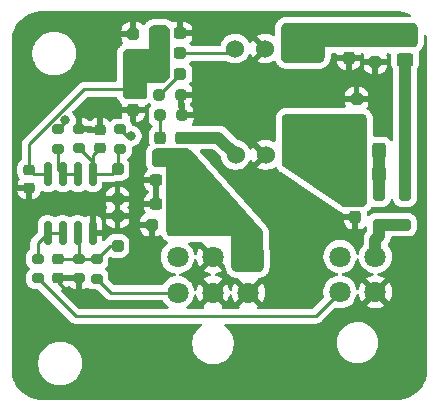
<source format=gtl>
G04 #@! TF.GenerationSoftware,KiCad,Pcbnew,9.0.0*
G04 #@! TF.CreationDate,2025-06-17T18:49:06+02:00*
G04 #@! TF.ProjectId,SlipSensor_HW,536c6970-5365-46e7-936f-725f48572e6b,rev?*
G04 #@! TF.SameCoordinates,Original*
G04 #@! TF.FileFunction,Copper,L1,Top*
G04 #@! TF.FilePolarity,Positive*
%FSLAX46Y46*%
G04 Gerber Fmt 4.6, Leading zero omitted, Abs format (unit mm)*
G04 Created by KiCad (PCBNEW 9.0.0) date 2025-06-17 18:49:06*
%MOMM*%
%LPD*%
G01*
G04 APERTURE LIST*
G04 Aperture macros list*
%AMRoundRect*
0 Rectangle with rounded corners*
0 $1 Rounding radius*
0 $2 $3 $4 $5 $6 $7 $8 $9 X,Y pos of 4 corners*
0 Add a 4 corners polygon primitive as box body*
4,1,4,$2,$3,$4,$5,$6,$7,$8,$9,$2,$3,0*
0 Add four circle primitives for the rounded corners*
1,1,$1+$1,$2,$3*
1,1,$1+$1,$4,$5*
1,1,$1+$1,$6,$7*
1,1,$1+$1,$8,$9*
0 Add four rect primitives between the rounded corners*
20,1,$1+$1,$2,$3,$4,$5,0*
20,1,$1+$1,$4,$5,$6,$7,0*
20,1,$1+$1,$6,$7,$8,$9,0*
20,1,$1+$1,$8,$9,$2,$3,0*%
G04 Aperture macros list end*
G04 #@! TA.AperFunction,SMDPad,CuDef*
%ADD10RoundRect,0.237500X0.287500X0.237500X-0.287500X0.237500X-0.287500X-0.237500X0.287500X-0.237500X0*%
G04 #@! TD*
G04 #@! TA.AperFunction,SMDPad,CuDef*
%ADD11RoundRect,0.225000X0.250000X-0.225000X0.250000X0.225000X-0.250000X0.225000X-0.250000X-0.225000X0*%
G04 #@! TD*
G04 #@! TA.AperFunction,SMDPad,CuDef*
%ADD12RoundRect,0.237500X-0.250000X-0.237500X0.250000X-0.237500X0.250000X0.237500X-0.250000X0.237500X0*%
G04 #@! TD*
G04 #@! TA.AperFunction,SMDPad,CuDef*
%ADD13RoundRect,0.225000X-0.250000X0.225000X-0.250000X-0.225000X0.250000X-0.225000X0.250000X0.225000X0*%
G04 #@! TD*
G04 #@! TA.AperFunction,SMDPad,CuDef*
%ADD14RoundRect,0.250000X-0.250000X0.250000X-0.250000X-0.250000X0.250000X-0.250000X0.250000X0.250000X0*%
G04 #@! TD*
G04 #@! TA.AperFunction,SMDPad,CuDef*
%ADD15RoundRect,0.200000X-0.275000X0.200000X-0.275000X-0.200000X0.275000X-0.200000X0.275000X0.200000X0*%
G04 #@! TD*
G04 #@! TA.AperFunction,ComponentPad*
%ADD16C,1.524000*%
G04 #@! TD*
G04 #@! TA.AperFunction,SMDPad,CuDef*
%ADD17RoundRect,0.237500X0.300000X0.237500X-0.300000X0.237500X-0.300000X-0.237500X0.300000X-0.237500X0*%
G04 #@! TD*
G04 #@! TA.AperFunction,SMDPad,CuDef*
%ADD18RoundRect,0.200000X0.275000X-0.200000X0.275000X0.200000X-0.275000X0.200000X-0.275000X-0.200000X0*%
G04 #@! TD*
G04 #@! TA.AperFunction,SMDPad,CuDef*
%ADD19RoundRect,0.237500X-0.300000X-0.237500X0.300000X-0.237500X0.300000X0.237500X-0.300000X0.237500X0*%
G04 #@! TD*
G04 #@! TA.AperFunction,SMDPad,CuDef*
%ADD20RoundRect,0.250000X0.250000X0.250000X-0.250000X0.250000X-0.250000X-0.250000X0.250000X-0.250000X0*%
G04 #@! TD*
G04 #@! TA.AperFunction,SMDPad,CuDef*
%ADD21RoundRect,0.237500X-0.237500X0.300000X-0.237500X-0.300000X0.237500X-0.300000X0.237500X0.300000X0*%
G04 #@! TD*
G04 #@! TA.AperFunction,SMDPad,CuDef*
%ADD22RoundRect,0.237500X-0.237500X0.287500X-0.237500X-0.287500X0.237500X-0.287500X0.237500X0.287500X0*%
G04 #@! TD*
G04 #@! TA.AperFunction,SMDPad,CuDef*
%ADD23RoundRect,0.250000X0.250000X-0.250000X0.250000X0.250000X-0.250000X0.250000X-0.250000X-0.250000X0*%
G04 #@! TD*
G04 #@! TA.AperFunction,SMDPad,CuDef*
%ADD24RoundRect,0.150000X0.150000X-0.825000X0.150000X0.825000X-0.150000X0.825000X-0.150000X-0.825000X0*%
G04 #@! TD*
G04 #@! TA.AperFunction,SMDPad,CuDef*
%ADD25RoundRect,0.250000X-0.325000X-0.450000X0.325000X-0.450000X0.325000X0.450000X-0.325000X0.450000X0*%
G04 #@! TD*
G04 #@! TA.AperFunction,SMDPad,CuDef*
%ADD26RoundRect,0.250000X-0.450000X0.325000X-0.450000X-0.325000X0.450000X-0.325000X0.450000X0.325000X0*%
G04 #@! TD*
G04 #@! TA.AperFunction,ComponentPad*
%ADD27C,1.800000*%
G04 #@! TD*
G04 #@! TA.AperFunction,SMDPad,CuDef*
%ADD28RoundRect,0.237500X-0.287500X-0.237500X0.287500X-0.237500X0.287500X0.237500X-0.287500X0.237500X0*%
G04 #@! TD*
G04 #@! TA.AperFunction,SMDPad,CuDef*
%ADD29RoundRect,0.237500X0.237500X-0.287500X0.237500X0.287500X-0.237500X0.287500X-0.237500X-0.287500X0*%
G04 #@! TD*
G04 #@! TA.AperFunction,ViaPad*
%ADD30C,0.800000*%
G04 #@! TD*
G04 #@! TA.AperFunction,Conductor*
%ADD31C,0.250000*%
G04 #@! TD*
G04 #@! TA.AperFunction,Conductor*
%ADD32C,1.000000*%
G04 #@! TD*
G04 #@! TA.AperFunction,Conductor*
%ADD33C,0.200000*%
G04 #@! TD*
G04 APERTURE END LIST*
D10*
X118675000Y-61750000D03*
X116925000Y-61750000D03*
D11*
X111865000Y-68000000D03*
X111865000Y-66450000D03*
D12*
X116887500Y-63500000D03*
X118712500Y-63500000D03*
D13*
X105865000Y-69850000D03*
X105865000Y-71400000D03*
D14*
X135500000Y-72000000D03*
X135500000Y-74500000D03*
D15*
X106615000Y-77400000D03*
X106615000Y-79050000D03*
D16*
X128452500Y-68587500D03*
X125912500Y-68587500D03*
X123372500Y-68587500D03*
D17*
X118362500Y-72750000D03*
X116637500Y-72750000D03*
D15*
X110115000Y-66375000D03*
X110115000Y-68025000D03*
D18*
X108365000Y-68075000D03*
X108365000Y-66425000D03*
D19*
X116937500Y-58300000D03*
X118662500Y-58300000D03*
D12*
X116987500Y-65250000D03*
X118812500Y-65250000D03*
D18*
X111615000Y-79075000D03*
X111615000Y-77425000D03*
D20*
X118750000Y-74500000D03*
X116250000Y-74500000D03*
D21*
X133500000Y-72137500D03*
X133500000Y-73862500D03*
X132952500Y-58637500D03*
X132952500Y-60362500D03*
D22*
X117000000Y-67125000D03*
X117000000Y-68875000D03*
D23*
X133600000Y-66350000D03*
X133600000Y-63850000D03*
D24*
X107460000Y-75200000D03*
X108730000Y-75200000D03*
X110000000Y-75200000D03*
X111270000Y-75200000D03*
X111270000Y-70250000D03*
X110000000Y-70250000D03*
X108730000Y-70250000D03*
X107460000Y-70250000D03*
D14*
X113365000Y-69800000D03*
X113365000Y-72300000D03*
D25*
X133475000Y-68250000D03*
X135525000Y-68250000D03*
D26*
X137700000Y-58475000D03*
X137700000Y-60525000D03*
D18*
X110115000Y-79050000D03*
X110115000Y-77400000D03*
D14*
X137702500Y-72000000D03*
X137702500Y-74500000D03*
D27*
X135202500Y-80200000D03*
X132202500Y-80200000D03*
X135202500Y-77200000D03*
X132202500Y-77200000D03*
D28*
X116925000Y-60000000D03*
X118675000Y-60000000D03*
D23*
X114700000Y-60850000D03*
X114700000Y-58350000D03*
D16*
X128405000Y-59587500D03*
X125865000Y-59587500D03*
X123325000Y-59587500D03*
D25*
X133475000Y-70250000D03*
X135525000Y-70250000D03*
D13*
X108365000Y-77450000D03*
X108365000Y-79000000D03*
D21*
X114700000Y-63037500D03*
X114700000Y-64762500D03*
D14*
X135202500Y-58250000D03*
X135202500Y-60750000D03*
D23*
X113365000Y-76300000D03*
X113365000Y-73800000D03*
D15*
X113615000Y-66425000D03*
X113615000Y-68075000D03*
D17*
X118362500Y-70750000D03*
X116637500Y-70750000D03*
D29*
X118750000Y-68875000D03*
X118750000Y-67125000D03*
D27*
X124452500Y-80250000D03*
X121452500Y-80250000D03*
X118452500Y-80250000D03*
X124452500Y-77250000D03*
X121452500Y-77250000D03*
X118452500Y-77250000D03*
D30*
X127400000Y-77500000D03*
X126000000Y-70750000D03*
X130700000Y-62400000D03*
X106020000Y-64370000D03*
X129590000Y-79360000D03*
X137110000Y-85070000D03*
X130610000Y-84900000D03*
X125490000Y-85210000D03*
X116980000Y-84930000D03*
X108440000Y-72690000D03*
X110830000Y-72720000D03*
X125952500Y-62400000D03*
X126000000Y-64400000D03*
X123910000Y-64400000D03*
X121510000Y-62250000D03*
X127600000Y-72000000D03*
X123940000Y-62340000D03*
X128300000Y-62400000D03*
X129700000Y-73700000D03*
X114600000Y-56900000D03*
X112400000Y-64200000D03*
X105800000Y-72900000D03*
X110400000Y-80500000D03*
X115500000Y-66200000D03*
X121510000Y-64460000D03*
X114700000Y-75100000D03*
X135700000Y-62900000D03*
X113400000Y-84100000D03*
X113800000Y-78300000D03*
X131700000Y-74900000D03*
X119800000Y-57200000D03*
X114500000Y-67000000D03*
X108920444Y-65670444D03*
D31*
X105865000Y-69850000D02*
X105865000Y-67700582D01*
X110528082Y-63037500D02*
X114700000Y-63037500D01*
X107460000Y-70250000D02*
X106265000Y-70250000D01*
X106265000Y-70250000D02*
X105865000Y-69850000D01*
X105865000Y-67700582D02*
X110528082Y-63037500D01*
X108365000Y-79365000D02*
X109000000Y-80000000D01*
X108365000Y-79000000D02*
X108365000Y-79365000D01*
D32*
X135525000Y-70250000D02*
X135525000Y-68250000D01*
D33*
X135525000Y-69845000D02*
X135477500Y-69797500D01*
D32*
X135500000Y-70275000D02*
X135525000Y-70250000D01*
X135500000Y-72000000D02*
X135500000Y-70275000D01*
D33*
X135477500Y-68297500D02*
X135525000Y-68250000D01*
D31*
X114190000Y-67000000D02*
X113615000Y-66425000D01*
X114500000Y-67000000D02*
X114190000Y-67000000D01*
X108920444Y-65869556D02*
X108365000Y-66425000D01*
D33*
X132050000Y-77200000D02*
X132000000Y-77250000D01*
X132202500Y-77200000D02*
X132050000Y-77200000D01*
D31*
X108920444Y-65670444D02*
X108920444Y-65869556D01*
D33*
X135202500Y-77200000D02*
X135202500Y-77202500D01*
D32*
X135202500Y-77202500D02*
X135202500Y-75797500D01*
X135202500Y-75797500D02*
X135500000Y-75500000D01*
X135500000Y-75500000D02*
X135500000Y-74500000D01*
D33*
X135202500Y-77202500D02*
X135250000Y-77250000D01*
D32*
X135500000Y-74500000D02*
X137702500Y-74500000D01*
D31*
X106615000Y-77400000D02*
X106615000Y-76045000D01*
X107460000Y-75200000D02*
X108730000Y-75200000D01*
X106615000Y-76045000D02*
X107460000Y-75200000D01*
X108730000Y-70250000D02*
X110000000Y-70250000D01*
X108365000Y-69885000D02*
X108730000Y-70250000D01*
X108365000Y-68075000D02*
X108365000Y-69885000D01*
D33*
X137702500Y-60527500D02*
X137700000Y-60525000D01*
D32*
X137702500Y-72000000D02*
X137702500Y-60527500D01*
D33*
X117087500Y-67037500D02*
X117000000Y-67125000D01*
D31*
X116987500Y-65250000D02*
X116987500Y-67112500D01*
X116987500Y-67112500D02*
X117000000Y-67125000D01*
D33*
X116887500Y-63500000D02*
X116925000Y-63500000D01*
X118912500Y-61787500D02*
X118875000Y-61750000D01*
D31*
X118675000Y-61750000D02*
X118637500Y-61750000D01*
D33*
X118775000Y-61750000D02*
X118737500Y-61750000D01*
D31*
X118637500Y-61750000D02*
X116887500Y-63500000D01*
X110115000Y-77400000D02*
X110115000Y-75315000D01*
X112740000Y-76300000D02*
X111615000Y-77425000D01*
X110115000Y-77400000D02*
X111590000Y-77400000D01*
X110065000Y-77450000D02*
X110115000Y-77400000D01*
X113365000Y-76300000D02*
X112740000Y-76300000D01*
X111590000Y-77400000D02*
X111615000Y-77425000D01*
X108365000Y-77450000D02*
X110065000Y-77450000D01*
X110115000Y-75315000D02*
X110000000Y-75200000D01*
X111270000Y-68595000D02*
X111865000Y-68000000D01*
X113365000Y-68325000D02*
X113615000Y-68075000D01*
X111270000Y-70250000D02*
X111270000Y-68595000D01*
X113365000Y-69800000D02*
X113365000Y-68325000D01*
X111270000Y-70250000D02*
X111270000Y-69180000D01*
X111270000Y-70250000D02*
X112915000Y-70250000D01*
X111270000Y-69180000D02*
X110115000Y-68025000D01*
X112915000Y-70250000D02*
X113365000Y-69800000D01*
D33*
X110165000Y-68000000D02*
X110115000Y-68050000D01*
D32*
X121910000Y-67125000D02*
X123372500Y-68587500D01*
D33*
X123372500Y-68587500D02*
X123337500Y-68587500D01*
D32*
X121910000Y-67125000D02*
X118750000Y-67125000D01*
D33*
X123337500Y-68587500D02*
X123250000Y-68500000D01*
D31*
X122912500Y-60000000D02*
X123325000Y-59587500D01*
D33*
X123325000Y-59587500D02*
X123325000Y-59575000D01*
D31*
X118675000Y-60000000D02*
X122912500Y-60000000D01*
X118452500Y-80250000D02*
X112790000Y-80250000D01*
X112790000Y-80250000D02*
X111615000Y-79075000D01*
X130152500Y-82250000D02*
X132202500Y-80200000D01*
D33*
X132202500Y-80200000D02*
X131800000Y-80200000D01*
D31*
X106615000Y-79050000D02*
X109815000Y-82250000D01*
X109815000Y-82250000D02*
X130152500Y-82250000D01*
D33*
X132952500Y-58387500D02*
X132612500Y-58387500D01*
X135297500Y-58345000D02*
X135202500Y-58250000D01*
X135065000Y-58387500D02*
X135202500Y-58250000D01*
G04 #@! TA.AperFunction,Conductor*
G36*
X134008059Y-65101061D02*
G01*
X134113223Y-65114906D01*
X134144491Y-65123284D01*
X134234918Y-65160740D01*
X134262952Y-65176925D01*
X134340602Y-65236509D01*
X134363491Y-65259398D01*
X134423074Y-65337048D01*
X134439259Y-65365081D01*
X134476715Y-65455508D01*
X134485093Y-65486775D01*
X134498939Y-65591939D01*
X134500000Y-65608125D01*
X134500000Y-72491874D01*
X134498939Y-72508060D01*
X134485093Y-72613224D01*
X134476715Y-72644491D01*
X134439259Y-72734918D01*
X134423074Y-72762951D01*
X134363491Y-72840601D01*
X134340601Y-72863491D01*
X134262951Y-72923074D01*
X134234918Y-72939259D01*
X134144491Y-72976715D01*
X134113224Y-72985093D01*
X134019398Y-72997446D01*
X134008058Y-72998939D01*
X133991874Y-73000000D01*
X132660521Y-73000000D01*
X132642357Y-72998662D01*
X132524655Y-72981233D01*
X132489890Y-72970707D01*
X132382295Y-72919922D01*
X132366441Y-72910960D01*
X127481120Y-69654080D01*
X127465219Y-69641486D01*
X127368502Y-69551058D01*
X127366409Y-69548334D01*
X127364777Y-69547425D01*
X127343866Y-69518997D01*
X127286259Y-69411358D01*
X127273249Y-69373075D01*
X127251660Y-69242450D01*
X127250000Y-69222231D01*
X127250000Y-65608125D01*
X127251061Y-65591940D01*
X127264906Y-65486776D01*
X127273284Y-65455508D01*
X127310740Y-65365081D01*
X127326923Y-65337050D01*
X127386513Y-65259392D01*
X127409392Y-65236513D01*
X127487050Y-65176923D01*
X127515079Y-65160740D01*
X127605509Y-65123283D01*
X127636775Y-65114906D01*
X127741941Y-65101061D01*
X127758126Y-65100000D01*
X133991874Y-65100000D01*
X134008059Y-65101061D01*
G37*
G04 #@! TD.AperFunction*
G04 #@! TA.AperFunction,Conductor*
G36*
X119184374Y-68026223D02*
G01*
X119297062Y-68042166D01*
X119330437Y-68051803D01*
X119426242Y-68094775D01*
X119455632Y-68113290D01*
X119542485Y-68186851D01*
X119554945Y-68199006D01*
X120846996Y-69650000D01*
X120846995Y-69650000D01*
X125571299Y-74955467D01*
X125580420Y-74967024D01*
X125635512Y-75046064D01*
X125649344Y-75072000D01*
X125681593Y-75154871D01*
X125688931Y-75183335D01*
X125701755Y-75278824D01*
X125702845Y-75293506D01*
X125742418Y-77984449D01*
X125741577Y-78000800D01*
X125729035Y-78107115D01*
X125720967Y-78138772D01*
X125684173Y-78230450D01*
X125668114Y-78258906D01*
X125608655Y-78337785D01*
X125585724Y-78361055D01*
X125507726Y-78421668D01*
X125479512Y-78438143D01*
X125388386Y-78476282D01*
X125356849Y-78484815D01*
X125295380Y-78492984D01*
X125250725Y-78498919D01*
X125234391Y-78500000D01*
X123508126Y-78500000D01*
X123491941Y-78498939D01*
X123478917Y-78497224D01*
X123386775Y-78485093D01*
X123355508Y-78476715D01*
X123265081Y-78439259D01*
X123237048Y-78423074D01*
X123159398Y-78363491D01*
X123136508Y-78340601D01*
X123134347Y-78337785D01*
X123076925Y-78262951D01*
X123060740Y-78234918D01*
X123023284Y-78144491D01*
X123014906Y-78113223D01*
X123001061Y-78008059D01*
X123000000Y-77991874D01*
X123000000Y-75500000D01*
X122500000Y-75500000D01*
X118008126Y-75500000D01*
X117991941Y-75498939D01*
X117978917Y-75497224D01*
X117886775Y-75485093D01*
X117855508Y-75476715D01*
X117765081Y-75439259D01*
X117737048Y-75423074D01*
X117659398Y-75363491D01*
X117636508Y-75340601D01*
X117576925Y-75262951D01*
X117560740Y-75234918D01*
X117523284Y-75144491D01*
X117514906Y-75113223D01*
X117501061Y-75008059D01*
X117500000Y-74991874D01*
X117500000Y-69650000D01*
X117000000Y-69650000D01*
X116758126Y-69650000D01*
X116741941Y-69648939D01*
X116728917Y-69647224D01*
X116636775Y-69635093D01*
X116605508Y-69626715D01*
X116515081Y-69589259D01*
X116487048Y-69573074D01*
X116409398Y-69513491D01*
X116386508Y-69490601D01*
X116326925Y-69412951D01*
X116310740Y-69384918D01*
X116273284Y-69294491D01*
X116264906Y-69263223D01*
X116251061Y-69158059D01*
X116250000Y-69141874D01*
X116250000Y-68533125D01*
X116251061Y-68516940D01*
X116264906Y-68411776D01*
X116273284Y-68380508D01*
X116310740Y-68290081D01*
X116326923Y-68262050D01*
X116386513Y-68184392D01*
X116409392Y-68161513D01*
X116487050Y-68101923D01*
X116515079Y-68085740D01*
X116605509Y-68048283D01*
X116636775Y-68039906D01*
X116741941Y-68026061D01*
X116758126Y-68025000D01*
X119167003Y-68025000D01*
X119184374Y-68026223D01*
G37*
G04 #@! TD.AperFunction*
G04 #@! TA.AperFunction,Conductor*
G36*
X138308059Y-57401061D02*
G01*
X138413223Y-57414906D01*
X138444491Y-57423284D01*
X138534918Y-57460740D01*
X138562952Y-57476925D01*
X138640602Y-57536509D01*
X138663491Y-57559398D01*
X138723074Y-57637048D01*
X138739259Y-57665081D01*
X138776715Y-57755508D01*
X138785093Y-57786775D01*
X138798939Y-57891939D01*
X138800000Y-57908125D01*
X138800000Y-58991874D01*
X138798939Y-59008060D01*
X138785093Y-59113224D01*
X138776715Y-59144491D01*
X138739259Y-59234918D01*
X138723074Y-59262951D01*
X138663491Y-59340601D01*
X138640601Y-59363491D01*
X138562951Y-59423074D01*
X138534918Y-59439259D01*
X138444491Y-59476715D01*
X138413224Y-59485093D01*
X138319398Y-59497446D01*
X138308058Y-59498939D01*
X138291874Y-59500000D01*
X130900000Y-59500000D01*
X130900000Y-60291874D01*
X130898939Y-60308059D01*
X130898939Y-60308060D01*
X130885093Y-60413224D01*
X130876715Y-60444491D01*
X130839259Y-60534918D01*
X130823074Y-60562951D01*
X130763491Y-60640601D01*
X130740601Y-60663491D01*
X130662951Y-60723074D01*
X130634918Y-60739259D01*
X130544491Y-60776715D01*
X130513224Y-60785093D01*
X130419398Y-60797446D01*
X130408058Y-60798939D01*
X130391874Y-60800000D01*
X127708126Y-60800000D01*
X127691941Y-60798939D01*
X127678917Y-60797224D01*
X127586775Y-60785093D01*
X127555508Y-60776715D01*
X127465081Y-60739259D01*
X127437048Y-60723074D01*
X127359398Y-60663491D01*
X127336508Y-60640601D01*
X127276925Y-60562951D01*
X127260740Y-60534918D01*
X127223284Y-60444491D01*
X127214906Y-60413223D01*
X127201061Y-60308059D01*
X127200000Y-60291874D01*
X127200000Y-57908125D01*
X127201061Y-57891940D01*
X127214906Y-57786776D01*
X127214906Y-57786775D01*
X127223284Y-57755508D01*
X127260740Y-57665081D01*
X127276923Y-57637050D01*
X127336513Y-57559392D01*
X127359392Y-57536513D01*
X127437050Y-57476923D01*
X127465079Y-57460740D01*
X127555509Y-57423283D01*
X127586775Y-57414906D01*
X127691941Y-57401061D01*
X127708126Y-57400000D01*
X138291874Y-57400000D01*
X138308059Y-57401061D01*
G37*
G04 #@! TD.AperFunction*
G04 #@! TA.AperFunction,Conductor*
G36*
X117308059Y-57601061D02*
G01*
X117413223Y-57614906D01*
X117444491Y-57623284D01*
X117534918Y-57660740D01*
X117562952Y-57676925D01*
X117640602Y-57736509D01*
X117663491Y-57759398D01*
X117723074Y-57837048D01*
X117739259Y-57865081D01*
X117776715Y-57955508D01*
X117785093Y-57986775D01*
X117798939Y-58091939D01*
X117800000Y-58108125D01*
X117800000Y-61991871D01*
X117798939Y-62008061D01*
X117796933Y-62023294D01*
X117768664Y-62087189D01*
X117761675Y-62094785D01*
X117394786Y-62461675D01*
X117333463Y-62495160D01*
X117323296Y-62496932D01*
X117308064Y-62498938D01*
X117291873Y-62500000D01*
X115900000Y-62500000D01*
X115900000Y-63391874D01*
X115898939Y-63408059D01*
X115898939Y-63408060D01*
X115885093Y-63513224D01*
X115876715Y-63544491D01*
X115839259Y-63634918D01*
X115823074Y-63662951D01*
X115763491Y-63740601D01*
X115740601Y-63763491D01*
X115662951Y-63823074D01*
X115634918Y-63839259D01*
X115544491Y-63876715D01*
X115513224Y-63885093D01*
X115419398Y-63897446D01*
X115408058Y-63898939D01*
X115391874Y-63900000D01*
X114308126Y-63900000D01*
X114291941Y-63898939D01*
X114278917Y-63897224D01*
X114186775Y-63885093D01*
X114155508Y-63876715D01*
X114065081Y-63839259D01*
X114037048Y-63823074D01*
X113959398Y-63763491D01*
X113936508Y-63740601D01*
X113876925Y-63662951D01*
X113860740Y-63634918D01*
X113823284Y-63544491D01*
X113814906Y-63513223D01*
X113801061Y-63408059D01*
X113800000Y-63391874D01*
X113800000Y-60108125D01*
X113801061Y-60091940D01*
X113814906Y-59986776D01*
X113823284Y-59955508D01*
X113860740Y-59865081D01*
X113876923Y-59837050D01*
X113936513Y-59759392D01*
X113959392Y-59736513D01*
X114037050Y-59676923D01*
X114065079Y-59660740D01*
X114155509Y-59623283D01*
X114186775Y-59614906D01*
X114291941Y-59601061D01*
X114308126Y-59600000D01*
X116000000Y-59600000D01*
X116000000Y-58108125D01*
X116001061Y-58091940D01*
X116014906Y-57986776D01*
X116014906Y-57986775D01*
X116023284Y-57955508D01*
X116060740Y-57865081D01*
X116076923Y-57837050D01*
X116136513Y-57759392D01*
X116159392Y-57736513D01*
X116237050Y-57676923D01*
X116265079Y-57660740D01*
X116355509Y-57623283D01*
X116386775Y-57614906D01*
X116491941Y-57601061D01*
X116508126Y-57600000D01*
X117291874Y-57600000D01*
X117308059Y-57601061D01*
G37*
G04 #@! TD.AperFunction*
G04 #@! TA.AperFunction,Conductor*
G36*
X137003471Y-56400695D02*
G01*
X137041470Y-56402828D01*
X137284106Y-56416454D01*
X137297909Y-56418010D01*
X137571584Y-56464509D01*
X137585123Y-56467599D01*
X137851874Y-56544449D01*
X137864993Y-56549040D01*
X138121445Y-56655265D01*
X138133993Y-56661309D01*
X138135212Y-56661983D01*
X138184356Y-56711648D01*
X138198848Y-56779999D01*
X138174086Y-56845333D01*
X138117932Y-56886909D01*
X138075212Y-56894500D01*
X127708126Y-56894500D01*
X127675059Y-56895583D01*
X127658858Y-56896645D01*
X127625957Y-56899885D01*
X127520803Y-56913729D01*
X127520801Y-56913729D01*
X127520796Y-56913730D01*
X127455952Y-56926628D01*
X127455947Y-56926629D01*
X127424692Y-56935003D01*
X127424684Y-56935005D01*
X127362076Y-56956256D01*
X127362052Y-56956265D01*
X127271666Y-56993703D01*
X127271630Y-56993720D01*
X127212324Y-57022966D01*
X127184296Y-57039149D01*
X127129325Y-57075879D01*
X127129297Y-57075900D01*
X127051666Y-57135469D01*
X127001937Y-57179082D01*
X126979082Y-57201937D01*
X126935469Y-57251666D01*
X126875887Y-57329313D01*
X126875876Y-57329328D01*
X126839149Y-57384295D01*
X126839137Y-57384314D01*
X126822960Y-57412336D01*
X126793720Y-57471631D01*
X126756266Y-57562053D01*
X126756262Y-57562064D01*
X126735011Y-57624665D01*
X126735007Y-57624679D01*
X126726633Y-57655931D01*
X126726631Y-57655938D01*
X126713731Y-57720789D01*
X126713729Y-57720799D01*
X126699885Y-57825955D01*
X126696645Y-57858857D01*
X126695583Y-57875058D01*
X126694500Y-57908139D01*
X126694500Y-58391426D01*
X126674815Y-58458465D01*
X126622011Y-58504220D01*
X126552853Y-58514164D01*
X126514205Y-58501911D01*
X126349437Y-58417957D01*
X126160522Y-58356575D01*
X125964321Y-58325500D01*
X125765679Y-58325500D01*
X125569479Y-58356575D01*
X125569476Y-58356575D01*
X125380562Y-58417957D01*
X125203564Y-58508143D01*
X125166283Y-58535229D01*
X125166282Y-58535230D01*
X125776414Y-59145362D01*
X125691306Y-59168167D01*
X125588694Y-59227410D01*
X125504910Y-59311194D01*
X125445667Y-59413806D01*
X125422861Y-59498914D01*
X124812730Y-58888782D01*
X124812729Y-58888783D01*
X124785641Y-58926066D01*
X124705764Y-59082832D01*
X124657790Y-59133627D01*
X124589969Y-59150422D01*
X124523834Y-59127884D01*
X124484796Y-59082832D01*
X124404787Y-58925806D01*
X124287981Y-58765036D01*
X124147464Y-58624519D01*
X123986694Y-58507713D01*
X123948078Y-58488037D01*
X123809632Y-58417494D01*
X123809629Y-58417493D01*
X123620637Y-58356087D01*
X123498718Y-58336777D01*
X123424361Y-58325000D01*
X123225639Y-58325000D01*
X123160214Y-58335362D01*
X123029362Y-58356087D01*
X122840370Y-58417493D01*
X122840367Y-58417494D01*
X122663305Y-58507713D01*
X122502533Y-58624521D01*
X122362021Y-58765033D01*
X122245213Y-58925805D01*
X122154994Y-59102867D01*
X122154993Y-59102870D01*
X122094576Y-59288818D01*
X122055139Y-59346493D01*
X121990780Y-59373692D01*
X121976645Y-59374500D01*
X119659481Y-59374500D01*
X119592442Y-59354815D01*
X119567319Y-59333459D01*
X119559824Y-59325132D01*
X119545340Y-59301650D01*
X119478708Y-59235018D01*
X119476536Y-59232605D01*
X119462772Y-59203914D01*
X119447532Y-59176004D01*
X119447772Y-59172646D01*
X119446315Y-59169609D01*
X119450247Y-59138034D01*
X119452516Y-59106312D01*
X119454602Y-59103065D01*
X119454950Y-59100275D01*
X119461252Y-59092717D01*
X119481017Y-59061964D01*
X119544948Y-58998033D01*
X119635448Y-58851311D01*
X119635453Y-58851300D01*
X119689680Y-58687652D01*
X119699999Y-58586654D01*
X119700000Y-58586641D01*
X119700000Y-58550000D01*
X118786500Y-58550000D01*
X118719461Y-58530315D01*
X118673706Y-58477511D01*
X118662500Y-58426000D01*
X118662500Y-58300000D01*
X118536500Y-58300000D01*
X118469461Y-58280315D01*
X118423706Y-58227511D01*
X118412500Y-58176000D01*
X118412500Y-58050000D01*
X118912500Y-58050000D01*
X119699999Y-58050000D01*
X119699999Y-58013360D01*
X119699998Y-58013345D01*
X119689680Y-57912347D01*
X119635453Y-57748699D01*
X119635448Y-57748688D01*
X119544947Y-57601965D01*
X119544944Y-57601961D01*
X119423038Y-57480055D01*
X119423034Y-57480052D01*
X119276311Y-57389551D01*
X119276300Y-57389546D01*
X119112652Y-57335319D01*
X119011654Y-57325000D01*
X118912500Y-57325000D01*
X118912500Y-58050000D01*
X118412500Y-58050000D01*
X118412500Y-57324999D01*
X118313360Y-57325000D01*
X118313344Y-57325001D01*
X118212346Y-57335319D01*
X118087995Y-57376524D01*
X118018167Y-57378925D01*
X117967232Y-57352045D01*
X117948334Y-57335472D01*
X117948330Y-57335469D01*
X117948328Y-57335467D01*
X117870695Y-57275896D01*
X117870690Y-57275893D01*
X117870684Y-57275888D01*
X117815697Y-57239146D01*
X117815693Y-57239143D01*
X117815680Y-57239135D01*
X117787673Y-57222967D01*
X117787663Y-57222961D01*
X117787650Y-57222954D01*
X117787636Y-57222947D01*
X117728365Y-57193719D01*
X117728357Y-57193715D01*
X117637945Y-57156266D01*
X117637934Y-57156262D01*
X117575323Y-57135008D01*
X117544054Y-57126630D01*
X117511174Y-57120090D01*
X117479204Y-57113731D01*
X117479201Y-57113730D01*
X117479198Y-57113730D01*
X117374049Y-57099887D01*
X117374043Y-57099886D01*
X117374040Y-57099886D01*
X117367883Y-57099279D01*
X117341131Y-57096644D01*
X117324942Y-57095583D01*
X117322736Y-57095510D01*
X117291874Y-57094500D01*
X116508126Y-57094500D01*
X116475059Y-57095583D01*
X116458858Y-57096645D01*
X116425957Y-57099885D01*
X116320803Y-57113729D01*
X116320801Y-57113729D01*
X116320796Y-57113730D01*
X116255952Y-57126628D01*
X116255947Y-57126629D01*
X116224692Y-57135003D01*
X116224684Y-57135005D01*
X116162076Y-57156256D01*
X116162052Y-57156265D01*
X116071666Y-57193703D01*
X116071630Y-57193720D01*
X116012324Y-57222966D01*
X115984296Y-57239149D01*
X115929325Y-57275879D01*
X115929297Y-57275900D01*
X115851666Y-57335469D01*
X115801937Y-57379082D01*
X115779082Y-57401937D01*
X115735469Y-57451666D01*
X115675889Y-57529311D01*
X115665336Y-57545105D01*
X115611722Y-57589909D01*
X115542397Y-57598615D01*
X115479370Y-57568459D01*
X115474554Y-57563893D01*
X115418345Y-57507684D01*
X115269124Y-57415643D01*
X115269119Y-57415641D01*
X115102697Y-57360494D01*
X115102690Y-57360493D01*
X114999986Y-57350000D01*
X114950000Y-57350000D01*
X114950000Y-58226000D01*
X114930315Y-58293039D01*
X114877511Y-58338794D01*
X114826000Y-58350000D01*
X114700000Y-58350000D01*
X114700000Y-58476000D01*
X114680315Y-58543039D01*
X114627511Y-58588794D01*
X114576000Y-58600000D01*
X113700001Y-58600000D01*
X113700001Y-58649986D01*
X113710494Y-58752697D01*
X113765641Y-58919119D01*
X113765643Y-58919124D01*
X113849081Y-59054398D01*
X113867521Y-59121791D01*
X113846598Y-59188454D01*
X113805546Y-59226880D01*
X113784294Y-59239150D01*
X113729325Y-59275879D01*
X113729297Y-59275900D01*
X113651666Y-59335469D01*
X113601937Y-59379082D01*
X113579082Y-59401937D01*
X113535469Y-59451666D01*
X113475887Y-59529313D01*
X113475876Y-59529328D01*
X113439149Y-59584295D01*
X113439137Y-59584314D01*
X113422960Y-59612336D01*
X113393720Y-59671631D01*
X113356266Y-59762053D01*
X113356262Y-59762064D01*
X113335008Y-59824675D01*
X113326630Y-59855944D01*
X113313730Y-59920800D01*
X113299887Y-60025949D01*
X113296644Y-60058867D01*
X113295583Y-60075056D01*
X113294500Y-60108139D01*
X113294500Y-62288000D01*
X113274815Y-62355039D01*
X113222011Y-62400794D01*
X113170500Y-62412000D01*
X110589689Y-62412000D01*
X110466475Y-62412000D01*
X110437607Y-62417742D01*
X110408739Y-62423484D01*
X110408738Y-62423483D01*
X110345636Y-62436035D01*
X110345623Y-62436039D01*
X110315903Y-62448349D01*
X110315904Y-62448350D01*
X110231795Y-62483188D01*
X110231796Y-62483189D01*
X110129350Y-62551640D01*
X110098972Y-62582019D01*
X110042224Y-62638767D01*
X110042221Y-62638770D01*
X105466270Y-67214721D01*
X105466267Y-67214724D01*
X105430991Y-67250000D01*
X105379140Y-67301850D01*
X105363339Y-67325499D01*
X105310687Y-67404297D01*
X105301474Y-67426540D01*
X105283188Y-67470688D01*
X105263537Y-67518130D01*
X105258859Y-67541650D01*
X105242376Y-67624519D01*
X105241559Y-67628623D01*
X105241555Y-67628640D01*
X105239500Y-67638971D01*
X105239500Y-68934995D01*
X105219815Y-69002034D01*
X105180600Y-69040532D01*
X105161954Y-69052033D01*
X105042029Y-69171959D01*
X104953001Y-69316294D01*
X104952996Y-69316305D01*
X104899651Y-69477290D01*
X104889500Y-69576647D01*
X104889500Y-70123337D01*
X104889501Y-70123355D01*
X104899650Y-70222707D01*
X104899651Y-70222710D01*
X104952996Y-70383694D01*
X104953001Y-70383705D01*
X105042029Y-70528040D01*
X105042032Y-70528044D01*
X105051660Y-70537672D01*
X105085145Y-70598995D01*
X105080161Y-70668687D01*
X105051663Y-70713031D01*
X105042428Y-70722265D01*
X105042424Y-70722271D01*
X104953457Y-70866507D01*
X104953452Y-70866518D01*
X104900144Y-71027393D01*
X104890000Y-71126677D01*
X104890000Y-71150000D01*
X105741000Y-71150000D01*
X105808039Y-71169685D01*
X105853794Y-71222489D01*
X105865000Y-71274000D01*
X105865000Y-71400000D01*
X105991000Y-71400000D01*
X106058039Y-71419685D01*
X106103794Y-71472489D01*
X106115000Y-71524000D01*
X106115000Y-72349999D01*
X106163308Y-72349999D01*
X106163322Y-72349998D01*
X106262607Y-72339855D01*
X106423481Y-72286547D01*
X106423492Y-72286542D01*
X106567728Y-72197575D01*
X106567732Y-72197572D01*
X106687573Y-72077731D01*
X106735510Y-72000013D01*
X112365000Y-72000013D01*
X112365000Y-72050000D01*
X113115000Y-72050000D01*
X113615000Y-72050000D01*
X114364999Y-72050000D01*
X114364999Y-72000028D01*
X114364998Y-72000013D01*
X114354505Y-71897302D01*
X114299358Y-71730880D01*
X114299356Y-71730875D01*
X114207315Y-71581654D01*
X114083345Y-71457684D01*
X113934124Y-71365643D01*
X113934119Y-71365641D01*
X113767697Y-71310494D01*
X113767690Y-71310493D01*
X113664986Y-71300000D01*
X113615000Y-71300000D01*
X113615000Y-72050000D01*
X113115000Y-72050000D01*
X113115000Y-71300000D01*
X113114999Y-71299999D01*
X113065029Y-71300000D01*
X113065011Y-71300001D01*
X112962302Y-71310494D01*
X112795880Y-71365641D01*
X112795875Y-71365643D01*
X112646654Y-71457684D01*
X112522684Y-71581654D01*
X112430643Y-71730875D01*
X112430641Y-71730880D01*
X112375494Y-71897302D01*
X112375493Y-71897309D01*
X112365000Y-72000013D01*
X106735510Y-72000013D01*
X106769391Y-71945084D01*
X106836874Y-71728184D01*
X106849621Y-71709030D01*
X106858313Y-71687729D01*
X106868612Y-71680496D01*
X106875586Y-71670019D01*
X106896664Y-71660798D01*
X106915493Y-71647576D01*
X106928067Y-71647060D01*
X106939598Y-71642016D01*
X106962316Y-71645655D01*
X106985304Y-71644712D01*
X107003798Y-71652299D01*
X107008589Y-71653067D01*
X107011060Y-71655279D01*
X107018394Y-71658287D01*
X107049602Y-71676744D01*
X107087412Y-71687729D01*
X107207426Y-71722597D01*
X107207429Y-71722597D01*
X107207431Y-71722598D01*
X107244306Y-71725500D01*
X107244314Y-71725500D01*
X107675686Y-71725500D01*
X107675694Y-71725500D01*
X107712569Y-71722598D01*
X107712571Y-71722597D01*
X107712573Y-71722597D01*
X107759270Y-71709030D01*
X107870398Y-71676744D01*
X108011865Y-71593081D01*
X108011870Y-71593075D01*
X108018031Y-71588298D01*
X108019933Y-71590750D01*
X108068579Y-71564155D01*
X108138274Y-71569104D01*
X108170695Y-71589940D01*
X108171969Y-71588298D01*
X108178132Y-71593078D01*
X108178135Y-71593081D01*
X108319602Y-71676744D01*
X108357412Y-71687729D01*
X108477426Y-71722597D01*
X108477429Y-71722597D01*
X108477431Y-71722598D01*
X108514306Y-71725500D01*
X108514314Y-71725500D01*
X108945686Y-71725500D01*
X108945694Y-71725500D01*
X108982569Y-71722598D01*
X108982571Y-71722597D01*
X108982573Y-71722597D01*
X109029270Y-71709030D01*
X109140398Y-71676744D01*
X109281865Y-71593081D01*
X109281870Y-71593075D01*
X109288031Y-71588298D01*
X109289933Y-71590750D01*
X109338579Y-71564155D01*
X109408274Y-71569104D01*
X109440695Y-71589940D01*
X109441969Y-71588298D01*
X109448132Y-71593078D01*
X109448135Y-71593081D01*
X109589602Y-71676744D01*
X109627412Y-71687729D01*
X109747426Y-71722597D01*
X109747429Y-71722597D01*
X109747431Y-71722598D01*
X109784306Y-71725500D01*
X109784314Y-71725500D01*
X110215686Y-71725500D01*
X110215694Y-71725500D01*
X110252569Y-71722598D01*
X110252571Y-71722597D01*
X110252573Y-71722597D01*
X110299270Y-71709030D01*
X110410398Y-71676744D01*
X110551865Y-71593081D01*
X110551870Y-71593075D01*
X110558031Y-71588298D01*
X110559933Y-71590750D01*
X110608579Y-71564155D01*
X110678274Y-71569104D01*
X110710695Y-71589940D01*
X110711969Y-71588298D01*
X110718132Y-71593078D01*
X110718135Y-71593081D01*
X110859602Y-71676744D01*
X110897412Y-71687729D01*
X111017426Y-71722597D01*
X111017429Y-71722597D01*
X111017431Y-71722598D01*
X111054306Y-71725500D01*
X111054314Y-71725500D01*
X111485686Y-71725500D01*
X111485694Y-71725500D01*
X111522569Y-71722598D01*
X111522571Y-71722597D01*
X111522573Y-71722597D01*
X111569270Y-71709030D01*
X111680398Y-71676744D01*
X111821865Y-71593081D01*
X111938081Y-71476865D01*
X112021744Y-71335398D01*
X112067598Y-71177569D01*
X112070500Y-71140694D01*
X112070500Y-70999500D01*
X112090185Y-70932461D01*
X112142989Y-70886706D01*
X112194500Y-70875500D01*
X112976607Y-70875500D01*
X113037029Y-70863481D01*
X113097452Y-70851463D01*
X113130792Y-70837652D01*
X113197708Y-70809935D01*
X113245156Y-70800499D01*
X113665002Y-70800499D01*
X113665008Y-70800499D01*
X113767797Y-70789999D01*
X113934334Y-70734814D01*
X114083656Y-70642712D01*
X114207712Y-70518656D01*
X114299814Y-70369334D01*
X114354999Y-70202797D01*
X114365500Y-70100009D01*
X114365499Y-69499992D01*
X114364268Y-69487945D01*
X114354999Y-69397203D01*
X114354998Y-69397200D01*
X114342441Y-69359306D01*
X114299814Y-69230666D01*
X114207712Y-69081344D01*
X114207534Y-69081166D01*
X114207451Y-69081014D01*
X114203234Y-69075681D01*
X114204145Y-69074960D01*
X114174049Y-69019843D01*
X114179033Y-68950151D01*
X114220905Y-68894218D01*
X114231048Y-68887379D01*
X114325185Y-68830472D01*
X114445472Y-68710185D01*
X114533478Y-68564606D01*
X114584086Y-68402196D01*
X114590500Y-68331616D01*
X114590500Y-68001904D01*
X114610185Y-67934865D01*
X114662989Y-67889110D01*
X114690309Y-67880287D01*
X114762658Y-67865896D01*
X114762661Y-67865894D01*
X114762666Y-67865894D01*
X114926547Y-67798013D01*
X115074035Y-67699464D01*
X115199464Y-67574035D01*
X115298013Y-67426547D01*
X115365894Y-67262666D01*
X115368414Y-67250000D01*
X115393377Y-67124500D01*
X115400500Y-67088691D01*
X115400500Y-66911309D01*
X115400500Y-66911306D01*
X115400499Y-66911304D01*
X115365896Y-66737341D01*
X115365893Y-66737332D01*
X115298016Y-66573459D01*
X115298009Y-66573446D01*
X115199464Y-66425965D01*
X115199461Y-66425961D01*
X115074038Y-66300538D01*
X115074034Y-66300535D01*
X114926553Y-66201990D01*
X114926540Y-66201983D01*
X114762667Y-66134106D01*
X114762659Y-66134104D01*
X114656616Y-66113010D01*
X114594705Y-66080625D01*
X114562422Y-66028282D01*
X114533478Y-65935394D01*
X114467883Y-65826887D01*
X114460387Y-65799999D01*
X114950000Y-65799999D01*
X114986640Y-65799999D01*
X114986654Y-65799998D01*
X115087652Y-65789680D01*
X115251300Y-65735453D01*
X115251311Y-65735448D01*
X115398034Y-65644947D01*
X115398038Y-65644944D01*
X115519944Y-65523038D01*
X115519947Y-65523034D01*
X115610448Y-65376311D01*
X115610453Y-65376300D01*
X115664680Y-65212652D01*
X115674999Y-65111654D01*
X115675000Y-65111641D01*
X115675000Y-65012500D01*
X114950000Y-65012500D01*
X114950000Y-65799999D01*
X114460387Y-65799999D01*
X114450000Y-65762737D01*
X114450000Y-65012500D01*
X113725001Y-65012500D01*
X113725001Y-65111654D01*
X113735319Y-65212652D01*
X113784641Y-65361496D01*
X113787043Y-65431325D01*
X113751311Y-65491366D01*
X113688791Y-65522559D01*
X113666935Y-65524500D01*
X113283384Y-65524500D01*
X113264145Y-65526248D01*
X113212807Y-65530913D01*
X113050393Y-65581522D01*
X112904813Y-65669529D01*
X112832504Y-65741838D01*
X112771180Y-65775322D01*
X112701489Y-65770337D01*
X112657142Y-65741837D01*
X112567732Y-65652427D01*
X112567728Y-65652424D01*
X112423492Y-65563457D01*
X112423481Y-65563452D01*
X112262606Y-65510144D01*
X112163322Y-65500000D01*
X112115000Y-65500000D01*
X112115000Y-66326000D01*
X112095315Y-66393039D01*
X112042511Y-66438794D01*
X111991000Y-66450000D01*
X111865000Y-66450000D01*
X111865000Y-66576000D01*
X111845315Y-66643039D01*
X111792511Y-66688794D01*
X111741000Y-66700000D01*
X110884000Y-66700000D01*
X110816961Y-66680315D01*
X110798559Y-66659078D01*
X110796319Y-66661319D01*
X110760000Y-66625000D01*
X110239000Y-66625000D01*
X110171961Y-66605315D01*
X110126206Y-66552511D01*
X110115000Y-66501000D01*
X110115000Y-66375000D01*
X109989000Y-66375000D01*
X109921961Y-66355315D01*
X109876206Y-66302511D01*
X109865000Y-66251000D01*
X109865000Y-66125000D01*
X110365000Y-66125000D01*
X111096000Y-66125000D01*
X111163039Y-66144685D01*
X111181440Y-66165921D01*
X111183681Y-66163681D01*
X111220000Y-66200000D01*
X111615000Y-66200000D01*
X111615000Y-65500000D01*
X111614999Y-65499999D01*
X111566693Y-65500000D01*
X111566675Y-65500001D01*
X111467392Y-65510144D01*
X111306518Y-65563452D01*
X111306507Y-65563457D01*
X111162271Y-65652424D01*
X111097503Y-65717192D01*
X111036179Y-65750676D01*
X110966488Y-65745691D01*
X110922141Y-65717191D01*
X110824877Y-65619927D01*
X110679395Y-65531980D01*
X110679396Y-65531980D01*
X110517105Y-65481409D01*
X110517106Y-65481409D01*
X110446572Y-65475000D01*
X110365000Y-65475000D01*
X110365000Y-66125000D01*
X109865000Y-66125000D01*
X109865000Y-65483711D01*
X109820177Y-65448308D01*
X109803319Y-65424527D01*
X109784242Y-65402511D01*
X109782475Y-65398452D01*
X109718460Y-65243903D01*
X109718453Y-65243890D01*
X109619908Y-65096409D01*
X109619905Y-65096405D01*
X109574516Y-65051016D01*
X109541031Y-64989693D01*
X109546015Y-64920001D01*
X109574514Y-64875656D01*
X110750853Y-63699319D01*
X110812176Y-63665834D01*
X110838534Y-63663000D01*
X113242369Y-63663000D01*
X113309408Y-63682685D01*
X113355163Y-63735489D01*
X113356930Y-63739548D01*
X113393711Y-63828346D01*
X113393713Y-63828352D01*
X113422970Y-63887680D01*
X113439149Y-63915702D01*
X113439150Y-63915703D01*
X113475885Y-63970680D01*
X113535468Y-64048330D01*
X113567939Y-64085355D01*
X113579070Y-64098048D01*
X113601950Y-64120928D01*
X113601956Y-64120933D01*
X113651669Y-64164531D01*
X113688526Y-64192812D01*
X113729728Y-64249240D01*
X113733506Y-64305359D01*
X113736007Y-64305615D01*
X113725000Y-64413345D01*
X113725000Y-64512500D01*
X115674999Y-64512500D01*
X115674999Y-64452660D01*
X115679294Y-64438032D01*
X115678648Y-64422801D01*
X115688937Y-64405189D01*
X115694684Y-64385621D01*
X115706744Y-64374714D01*
X115713896Y-64362474D01*
X115736362Y-64347929D01*
X115742752Y-64342151D01*
X115747072Y-64339952D01*
X115828364Y-64306280D01*
X115887670Y-64277034D01*
X115915703Y-64260849D01*
X115957957Y-64232614D01*
X115964496Y-64229287D01*
X115991913Y-64224149D01*
X116018528Y-64215816D01*
X116025778Y-64217804D01*
X116033170Y-64216420D01*
X116059012Y-64226921D01*
X116085908Y-64234300D01*
X116095138Y-64241602D01*
X116097900Y-64242725D01*
X116099590Y-64245125D01*
X116108424Y-64252114D01*
X116176650Y-64320340D01*
X116176652Y-64320341D01*
X116176654Y-64320343D01*
X116182317Y-64324821D01*
X116180713Y-64326848D01*
X116219354Y-64369794D01*
X116230588Y-64438755D01*
X116202756Y-64502842D01*
X116195225Y-64511083D01*
X116154661Y-64551648D01*
X116064093Y-64698481D01*
X116064091Y-64698486D01*
X116038446Y-64775879D01*
X116009826Y-64862247D01*
X116009826Y-64862248D01*
X116009825Y-64862248D01*
X115999500Y-64963315D01*
X115999500Y-65536669D01*
X115999501Y-65536687D01*
X116009825Y-65637752D01*
X116042199Y-65735448D01*
X116064092Y-65801516D01*
X116146674Y-65935403D01*
X116154661Y-65948351D01*
X116276649Y-66070339D01*
X116282317Y-66074821D01*
X116280713Y-66076848D01*
X116319354Y-66119794D01*
X116330588Y-66188755D01*
X116302756Y-66252842D01*
X116295224Y-66261085D01*
X116179659Y-66376651D01*
X116089093Y-66523481D01*
X116089092Y-66523484D01*
X116034826Y-66687247D01*
X116034826Y-66687248D01*
X116034825Y-66687248D01*
X116024500Y-66788315D01*
X116024500Y-67461669D01*
X116024501Y-67461687D01*
X116034825Y-67562752D01*
X116034826Y-67562755D01*
X116075092Y-67684267D01*
X116077494Y-67754095D01*
X116045070Y-67810950D01*
X116029076Y-67826944D01*
X115985469Y-67876666D01*
X115925887Y-67954313D01*
X115925876Y-67954328D01*
X115889149Y-68009295D01*
X115889137Y-68009314D01*
X115872960Y-68037336D01*
X115843720Y-68096631D01*
X115806266Y-68187053D01*
X115806262Y-68187064D01*
X115785008Y-68249675D01*
X115776630Y-68280944D01*
X115763730Y-68345800D01*
X115749887Y-68450949D01*
X115746644Y-68483867D01*
X115746644Y-68483873D01*
X115745583Y-68500058D01*
X115744500Y-68533125D01*
X115744500Y-69141874D01*
X115745245Y-69164606D01*
X115745583Y-69174942D01*
X115746644Y-69191131D01*
X115749887Y-69224049D01*
X115763730Y-69329198D01*
X115776630Y-69394054D01*
X115785008Y-69425323D01*
X115806262Y-69487934D01*
X115806266Y-69487945D01*
X115843714Y-69578354D01*
X115872970Y-69637680D01*
X115889149Y-69665702D01*
X115925886Y-69720682D01*
X115925890Y-69720688D01*
X115935622Y-69733370D01*
X115960818Y-69798538D01*
X115946781Y-69866983D01*
X115902348Y-69914394D01*
X115876966Y-69930050D01*
X115876965Y-69930051D01*
X115755052Y-70051965D01*
X115664551Y-70198688D01*
X115664546Y-70198699D01*
X115610319Y-70362347D01*
X115600000Y-70463345D01*
X115600000Y-70500000D01*
X116513500Y-70500000D01*
X116580539Y-70519685D01*
X116626294Y-70572489D01*
X116637500Y-70624000D01*
X116637500Y-70750000D01*
X116763500Y-70750000D01*
X116830539Y-70769685D01*
X116876294Y-70822489D01*
X116887500Y-70874000D01*
X116887500Y-72626000D01*
X116867815Y-72693039D01*
X116815011Y-72738794D01*
X116763500Y-72750000D01*
X116637500Y-72750000D01*
X116637500Y-72876000D01*
X116617815Y-72943039D01*
X116565011Y-72988794D01*
X116513500Y-73000000D01*
X115600001Y-73000000D01*
X115600001Y-73036654D01*
X115610319Y-73137652D01*
X115664546Y-73301300D01*
X115664551Y-73301311D01*
X115722061Y-73394548D01*
X115740502Y-73461940D01*
X115719580Y-73528604D01*
X115681620Y-73565183D01*
X115531659Y-73657680D01*
X115531655Y-73657683D01*
X115407684Y-73781654D01*
X115315643Y-73930875D01*
X115315641Y-73930880D01*
X115260494Y-74097302D01*
X115260493Y-74097309D01*
X115250000Y-74200013D01*
X115250000Y-74250000D01*
X116126000Y-74250000D01*
X116193039Y-74269685D01*
X116238794Y-74322489D01*
X116250000Y-74374000D01*
X116250000Y-74500000D01*
X116376000Y-74500000D01*
X116443039Y-74519685D01*
X116488794Y-74572489D01*
X116500000Y-74624000D01*
X116500000Y-75499999D01*
X116549972Y-75499999D01*
X116549986Y-75499998D01*
X116652697Y-75489505D01*
X116819119Y-75434358D01*
X116819130Y-75434353D01*
X116915959Y-75374628D01*
X116983351Y-75356187D01*
X117050014Y-75377109D01*
X117092187Y-75426856D01*
X117092822Y-75426544D01*
X117093716Y-75428357D01*
X117093719Y-75428364D01*
X117096674Y-75434356D01*
X117122970Y-75487680D01*
X117133356Y-75505668D01*
X117139150Y-75515703D01*
X117175885Y-75570680D01*
X117235468Y-75648330D01*
X117267939Y-75685355D01*
X117279070Y-75698048D01*
X117301950Y-75720928D01*
X117301956Y-75720933D01*
X117351669Y-75764531D01*
X117429319Y-75824114D01*
X117429325Y-75824118D01*
X117484296Y-75860849D01*
X117512318Y-75877028D01*
X117512322Y-75877030D01*
X117512329Y-75877034D01*
X117571635Y-75906280D01*
X117588494Y-75913263D01*
X117642898Y-75957104D01*
X117664964Y-76023398D01*
X117647686Y-76091097D01*
X117613929Y-76128143D01*
X117540136Y-76181756D01*
X117384256Y-76337636D01*
X117384252Y-76337641D01*
X117254687Y-76515974D01*
X117154604Y-76712393D01*
X117154603Y-76712396D01*
X117086485Y-76922047D01*
X117052000Y-77139778D01*
X117052000Y-77360221D01*
X117086485Y-77577952D01*
X117154603Y-77787603D01*
X117154604Y-77787606D01*
X117206577Y-77889606D01*
X117254549Y-77983756D01*
X117254687Y-77984025D01*
X117384252Y-78162358D01*
X117384256Y-78162363D01*
X117540136Y-78318243D01*
X117540141Y-78318247D01*
X117673057Y-78414815D01*
X117718478Y-78447815D01*
X117835319Y-78507349D01*
X117914893Y-78547895D01*
X117914896Y-78547896D01*
X117985020Y-78570680D01*
X118124549Y-78616015D01*
X118187501Y-78625985D01*
X118197232Y-78627527D01*
X118260367Y-78657456D01*
X118297298Y-78716768D01*
X118296300Y-78786630D01*
X118257690Y-78844863D01*
X118197232Y-78872473D01*
X118124547Y-78883985D01*
X117914896Y-78952103D01*
X117914893Y-78952104D01*
X117718474Y-79052187D01*
X117540141Y-79181752D01*
X117540136Y-79181756D01*
X117384256Y-79337636D01*
X117384252Y-79337641D01*
X117254687Y-79515973D01*
X117233888Y-79556795D01*
X117185914Y-79607591D01*
X117123403Y-79624500D01*
X113100452Y-79624500D01*
X113033413Y-79604815D01*
X113012771Y-79588181D01*
X112626819Y-79202229D01*
X112593334Y-79140906D01*
X112590500Y-79114548D01*
X112590500Y-78818386D01*
X112588784Y-78799500D01*
X112584086Y-78747804D01*
X112533478Y-78585394D01*
X112445472Y-78439815D01*
X112445470Y-78439813D01*
X112445469Y-78439811D01*
X112343339Y-78337681D01*
X112309854Y-78276358D01*
X112314838Y-78206666D01*
X112343339Y-78162319D01*
X112445468Y-78060189D01*
X112445469Y-78060188D01*
X112445472Y-78060185D01*
X112533478Y-77914606D01*
X112584086Y-77752196D01*
X112590500Y-77681616D01*
X112590500Y-77385452D01*
X112599144Y-77356011D01*
X112605668Y-77326025D01*
X112609422Y-77321009D01*
X112610185Y-77318413D01*
X112626819Y-77297771D01*
X112662056Y-77262534D01*
X112723379Y-77229049D01*
X112788426Y-77233700D01*
X112788811Y-77232542D01*
X112795664Y-77234812D01*
X112795666Y-77234814D01*
X112962203Y-77289999D01*
X113064991Y-77300500D01*
X113665008Y-77300499D01*
X113665016Y-77300498D01*
X113665019Y-77300498D01*
X113721302Y-77294748D01*
X113767797Y-77289999D01*
X113934334Y-77234814D01*
X114083656Y-77142712D01*
X114207712Y-77018656D01*
X114299814Y-76869334D01*
X114354999Y-76702797D01*
X114365500Y-76600009D01*
X114365499Y-75999992D01*
X114363803Y-75983394D01*
X114354999Y-75897203D01*
X114354998Y-75897200D01*
X114340121Y-75852304D01*
X114299814Y-75730666D01*
X114207712Y-75581344D01*
X114083656Y-75457288D01*
X113954316Y-75377511D01*
X113934336Y-75365187D01*
X113934331Y-75365185D01*
X113907177Y-75356187D01*
X113767797Y-75310001D01*
X113767795Y-75310000D01*
X113665010Y-75299500D01*
X113064998Y-75299500D01*
X113064980Y-75299501D01*
X112962203Y-75310000D01*
X112962200Y-75310001D01*
X112795668Y-75365185D01*
X112795663Y-75365187D01*
X112646342Y-75457289D01*
X112522289Y-75581342D01*
X112522288Y-75581344D01*
X112436193Y-75720928D01*
X112430180Y-75730676D01*
X112428538Y-75734197D01*
X112422044Y-75742733D01*
X112419972Y-75749600D01*
X112406347Y-75763367D01*
X112396661Y-75776100D01*
X112391112Y-75780835D01*
X112341267Y-75814142D01*
X112278220Y-75877188D01*
X112274500Y-75880364D01*
X112246893Y-75892722D01*
X112220358Y-75907212D01*
X112215329Y-75906852D01*
X112210729Y-75908912D01*
X112180833Y-75904385D01*
X112150666Y-75902228D01*
X112146629Y-75899206D01*
X112141647Y-75898452D01*
X112118940Y-75878478D01*
X112094733Y-75860356D01*
X112092971Y-75855634D01*
X112089186Y-75852304D01*
X112080881Y-75823218D01*
X112070316Y-75794892D01*
X112070000Y-75786046D01*
X112070000Y-75450000D01*
X111394000Y-75450000D01*
X111326961Y-75430315D01*
X111281206Y-75377511D01*
X111270000Y-75326000D01*
X111270000Y-75200000D01*
X111144000Y-75200000D01*
X111076961Y-75180315D01*
X111031206Y-75127511D01*
X111020000Y-75076000D01*
X111020000Y-74950000D01*
X111520000Y-74950000D01*
X112070000Y-74950000D01*
X112070000Y-74309365D01*
X112069999Y-74309350D01*
X112067100Y-74272510D01*
X112067099Y-74272504D01*
X112021283Y-74114806D01*
X112021282Y-74114803D01*
X112012519Y-74099986D01*
X112365001Y-74099986D01*
X112375494Y-74202697D01*
X112430641Y-74369119D01*
X112430643Y-74369124D01*
X112522684Y-74518345D01*
X112646654Y-74642315D01*
X112795875Y-74734356D01*
X112795880Y-74734358D01*
X112962302Y-74789505D01*
X112962309Y-74789506D01*
X113065019Y-74799999D01*
X113615000Y-74799999D01*
X113664972Y-74799999D01*
X113664986Y-74799998D01*
X113665103Y-74799986D01*
X115250001Y-74799986D01*
X115260494Y-74902697D01*
X115315641Y-75069119D01*
X115315643Y-75069124D01*
X115407684Y-75218345D01*
X115531654Y-75342315D01*
X115680875Y-75434356D01*
X115680880Y-75434358D01*
X115847302Y-75489505D01*
X115847309Y-75489506D01*
X115950019Y-75499999D01*
X115999999Y-75499998D01*
X116000000Y-75499998D01*
X116000000Y-74750000D01*
X115250001Y-74750000D01*
X115250001Y-74799986D01*
X113665103Y-74799986D01*
X113767697Y-74789505D01*
X113934119Y-74734358D01*
X113934124Y-74734356D01*
X114083345Y-74642315D01*
X114114704Y-74610957D01*
X114207315Y-74518345D01*
X114299356Y-74369124D01*
X114299358Y-74369119D01*
X114354505Y-74202697D01*
X114354506Y-74202690D01*
X114364999Y-74099986D01*
X114365000Y-74099973D01*
X114365000Y-74050000D01*
X113615000Y-74050000D01*
X113615000Y-74799999D01*
X113065019Y-74799999D01*
X113114999Y-74799998D01*
X113115000Y-74799998D01*
X113115000Y-74050000D01*
X112365001Y-74050000D01*
X112365001Y-74099986D01*
X112012519Y-74099986D01*
X111989912Y-74061759D01*
X111937684Y-73973446D01*
X111937678Y-73973438D01*
X111821561Y-73857321D01*
X111821552Y-73857314D01*
X111680196Y-73773717D01*
X111680193Y-73773716D01*
X111522494Y-73727900D01*
X111522497Y-73727900D01*
X111520000Y-73727703D01*
X111520000Y-74950000D01*
X111020000Y-74950000D01*
X111020000Y-73727703D01*
X111017503Y-73727900D01*
X110859806Y-73773716D01*
X110859803Y-73773717D01*
X110718449Y-73857313D01*
X110712283Y-73862097D01*
X110710389Y-73859655D01*
X110661580Y-73886239D01*
X110591894Y-73881179D01*
X110559227Y-73860159D01*
X110558031Y-73861702D01*
X110551862Y-73856917D01*
X110473681Y-73810681D01*
X110410398Y-73773256D01*
X110410397Y-73773255D01*
X110410396Y-73773255D01*
X110410393Y-73773254D01*
X110252573Y-73727402D01*
X110252567Y-73727401D01*
X110215701Y-73724500D01*
X110215694Y-73724500D01*
X109784306Y-73724500D01*
X109784298Y-73724500D01*
X109747432Y-73727401D01*
X109747426Y-73727402D01*
X109589606Y-73773254D01*
X109589603Y-73773255D01*
X109448137Y-73856917D01*
X109441969Y-73861702D01*
X109440072Y-73859256D01*
X109391358Y-73885857D01*
X109321666Y-73880873D01*
X109289296Y-73860069D01*
X109288031Y-73861702D01*
X109281862Y-73856917D01*
X109203681Y-73810681D01*
X109140398Y-73773256D01*
X109140397Y-73773255D01*
X109140396Y-73773255D01*
X109140393Y-73773254D01*
X108982573Y-73727402D01*
X108982567Y-73727401D01*
X108945701Y-73724500D01*
X108945694Y-73724500D01*
X108514306Y-73724500D01*
X108514298Y-73724500D01*
X108477432Y-73727401D01*
X108477426Y-73727402D01*
X108319606Y-73773254D01*
X108319603Y-73773255D01*
X108178137Y-73856917D01*
X108171969Y-73861702D01*
X108170072Y-73859256D01*
X108121358Y-73885857D01*
X108051666Y-73880873D01*
X108019296Y-73860069D01*
X108018031Y-73861702D01*
X108011862Y-73856917D01*
X107933681Y-73810681D01*
X107870398Y-73773256D01*
X107870397Y-73773255D01*
X107870396Y-73773255D01*
X107870393Y-73773254D01*
X107712573Y-73727402D01*
X107712567Y-73727401D01*
X107675701Y-73724500D01*
X107675694Y-73724500D01*
X107244306Y-73724500D01*
X107244298Y-73724500D01*
X107207432Y-73727401D01*
X107207426Y-73727402D01*
X107049606Y-73773254D01*
X107049603Y-73773255D01*
X106908137Y-73856917D01*
X106908129Y-73856923D01*
X106791923Y-73973129D01*
X106791917Y-73973137D01*
X106708255Y-74114603D01*
X106708254Y-74114606D01*
X106662402Y-74272426D01*
X106662401Y-74272432D01*
X106659500Y-74309298D01*
X106659500Y-75064547D01*
X106639815Y-75131586D01*
X106623181Y-75152228D01*
X106216269Y-75559140D01*
X106216267Y-75559142D01*
X106194067Y-75581342D01*
X106129140Y-75646268D01*
X106102688Y-75685857D01*
X106060689Y-75748712D01*
X106060685Y-75748719D01*
X106013540Y-75862538D01*
X106013535Y-75862554D01*
X105991386Y-75973906D01*
X105991387Y-75973907D01*
X105989500Y-75983394D01*
X105989500Y-76523397D01*
X105969815Y-76590436D01*
X105929652Y-76629513D01*
X105904813Y-76644529D01*
X105904811Y-76644530D01*
X105784530Y-76764811D01*
X105696522Y-76910393D01*
X105645913Y-77072807D01*
X105639500Y-77143386D01*
X105639500Y-77656613D01*
X105645913Y-77727192D01*
X105645913Y-77727194D01*
X105645914Y-77727196D01*
X105696522Y-77889606D01*
X105765083Y-78003020D01*
X105784530Y-78035188D01*
X105886661Y-78137319D01*
X105920146Y-78198642D01*
X105915162Y-78268334D01*
X105886661Y-78312681D01*
X105784531Y-78414810D01*
X105784530Y-78414811D01*
X105696522Y-78560393D01*
X105645913Y-78722807D01*
X105642424Y-78761206D01*
X105639554Y-78792797D01*
X105639500Y-78793386D01*
X105639500Y-79306613D01*
X105645913Y-79377192D01*
X105645913Y-79377194D01*
X105645914Y-79377196D01*
X105696522Y-79539606D01*
X105747842Y-79624500D01*
X105784530Y-79685188D01*
X105904811Y-79805469D01*
X105904813Y-79805470D01*
X105904815Y-79805472D01*
X106050394Y-79893478D01*
X106212804Y-79944086D01*
X106283384Y-79950500D01*
X106579548Y-79950500D01*
X106646587Y-79970185D01*
X106667229Y-79986819D01*
X109416262Y-82735854D01*
X109416265Y-82735857D01*
X109467490Y-82770084D01*
X109518714Y-82804311D01*
X109632548Y-82851463D01*
X109753388Y-82875499D01*
X109753392Y-82875500D01*
X109753393Y-82875500D01*
X109753394Y-82875500D01*
X120393948Y-82875500D01*
X120460987Y-82895185D01*
X120506742Y-82947989D01*
X120516686Y-83017147D01*
X120487661Y-83080703D01*
X120469435Y-83097875D01*
X120295838Y-83231081D01*
X120133581Y-83393338D01*
X119993892Y-83575382D01*
X119879157Y-83774109D01*
X119879150Y-83774123D01*
X119791342Y-83986112D01*
X119731953Y-84207759D01*
X119731951Y-84207770D01*
X119702000Y-84435258D01*
X119702000Y-84664741D01*
X119726946Y-84854215D01*
X119731952Y-84892238D01*
X119777945Y-85063887D01*
X119791342Y-85113887D01*
X119879150Y-85325876D01*
X119879157Y-85325890D01*
X119939146Y-85429794D01*
X119965024Y-85474617D01*
X119993892Y-85524617D01*
X120133581Y-85706661D01*
X120133589Y-85706670D01*
X120295830Y-85868911D01*
X120295838Y-85868918D01*
X120477882Y-86008607D01*
X120477885Y-86008608D01*
X120477888Y-86008611D01*
X120676612Y-86123344D01*
X120676617Y-86123346D01*
X120676623Y-86123349D01*
X120689571Y-86128712D01*
X120888613Y-86211158D01*
X121110262Y-86270548D01*
X121337766Y-86300500D01*
X121337773Y-86300500D01*
X121567227Y-86300500D01*
X121567234Y-86300500D01*
X121794738Y-86270548D01*
X122016387Y-86211158D01*
X122228388Y-86123344D01*
X122427112Y-86008611D01*
X122609161Y-85868919D01*
X122609165Y-85868914D01*
X122609170Y-85868911D01*
X122771411Y-85706670D01*
X122771414Y-85706665D01*
X122771419Y-85706661D01*
X122911111Y-85524612D01*
X123025844Y-85325888D01*
X123113658Y-85113887D01*
X123173048Y-84892238D01*
X123203000Y-84664734D01*
X123203000Y-84435266D01*
X123196416Y-84385258D01*
X131952000Y-84385258D01*
X131952000Y-84614741D01*
X131976946Y-84804215D01*
X131981952Y-84842238D01*
X132031529Y-85027263D01*
X132041342Y-85063887D01*
X132129150Y-85275876D01*
X132129157Y-85275890D01*
X132243892Y-85474617D01*
X132383581Y-85656661D01*
X132383589Y-85656670D01*
X132545830Y-85818911D01*
X132545838Y-85818918D01*
X132727882Y-85958607D01*
X132727885Y-85958608D01*
X132727888Y-85958611D01*
X132926612Y-86073344D01*
X132926617Y-86073346D01*
X132926623Y-86073349D01*
X133017980Y-86111190D01*
X133138613Y-86161158D01*
X133360262Y-86220548D01*
X133587766Y-86250500D01*
X133587773Y-86250500D01*
X133817227Y-86250500D01*
X133817234Y-86250500D01*
X134044738Y-86220548D01*
X134266387Y-86161158D01*
X134478388Y-86073344D01*
X134677112Y-85958611D01*
X134859161Y-85818919D01*
X134859165Y-85818914D01*
X134859170Y-85818911D01*
X135021411Y-85656670D01*
X135021414Y-85656665D01*
X135021419Y-85656661D01*
X135161111Y-85474612D01*
X135275844Y-85275888D01*
X135363658Y-85063887D01*
X135423048Y-84842238D01*
X135453000Y-84614734D01*
X135453000Y-84385266D01*
X135423048Y-84157762D01*
X135363658Y-83936113D01*
X135313690Y-83815480D01*
X135275849Y-83724123D01*
X135275846Y-83724117D01*
X135275844Y-83724112D01*
X135161111Y-83525388D01*
X135161108Y-83525385D01*
X135161107Y-83525382D01*
X135021418Y-83343338D01*
X135021411Y-83343330D01*
X134859170Y-83181089D01*
X134859161Y-83181081D01*
X134677117Y-83041392D01*
X134478390Y-82926657D01*
X134478376Y-82926650D01*
X134266387Y-82838842D01*
X134044738Y-82779452D01*
X134006715Y-82774446D01*
X133817241Y-82749500D01*
X133817234Y-82749500D01*
X133587766Y-82749500D01*
X133587758Y-82749500D01*
X133371215Y-82778009D01*
X133360262Y-82779452D01*
X133267490Y-82804310D01*
X133138612Y-82838842D01*
X132926623Y-82926650D01*
X132926609Y-82926657D01*
X132727882Y-83041392D01*
X132545838Y-83181081D01*
X132383581Y-83343338D01*
X132243892Y-83525382D01*
X132129157Y-83724109D01*
X132129150Y-83724123D01*
X132041342Y-83936112D01*
X131981953Y-84157759D01*
X131981951Y-84157770D01*
X131952000Y-84385258D01*
X123196416Y-84385258D01*
X123173048Y-84207762D01*
X123113658Y-83986113D01*
X123025844Y-83774112D01*
X122911111Y-83575388D01*
X122911108Y-83575385D01*
X122911107Y-83575382D01*
X122771418Y-83393338D01*
X122771411Y-83393330D01*
X122609170Y-83231089D01*
X122609161Y-83231081D01*
X122435565Y-83097875D01*
X122394363Y-83041447D01*
X122390208Y-82971701D01*
X122424421Y-82910781D01*
X122486138Y-82878029D01*
X122511052Y-82875500D01*
X130214107Y-82875500D01*
X130274529Y-82863481D01*
X130334952Y-82851463D01*
X130388091Y-82829452D01*
X130448786Y-82804312D01*
X130500009Y-82770084D01*
X130551233Y-82735858D01*
X130638358Y-82648733D01*
X130638359Y-82648731D01*
X130645425Y-82641665D01*
X130645428Y-82641661D01*
X131704982Y-81582106D01*
X131766303Y-81548623D01*
X131830978Y-81551857D01*
X131874549Y-81566015D01*
X132092278Y-81600500D01*
X132092279Y-81600500D01*
X132312721Y-81600500D01*
X132312722Y-81600500D01*
X132530451Y-81566015D01*
X132740106Y-81497895D01*
X132936522Y-81397815D01*
X133114865Y-81268242D01*
X133270742Y-81112365D01*
X133400315Y-80934022D01*
X133500395Y-80737606D01*
X133568515Y-80527951D01*
X133580280Y-80453668D01*
X133610209Y-80390534D01*
X133669520Y-80353602D01*
X133739383Y-80354600D01*
X133797616Y-80393209D01*
X133825226Y-80453668D01*
X133836973Y-80527835D01*
X133905067Y-80737410D01*
X134005111Y-80933756D01*
X134051432Y-80997513D01*
X134711371Y-80337574D01*
X134727255Y-80396853D01*
X134794398Y-80513147D01*
X134889353Y-80608102D01*
X135005647Y-80675245D01*
X135064924Y-80691128D01*
X134404985Y-81351065D01*
X134404985Y-81351066D01*
X134468743Y-81397388D01*
X134665089Y-81497432D01*
X134874664Y-81565526D01*
X135092319Y-81600000D01*
X135312681Y-81600000D01*
X135530335Y-81565526D01*
X135739910Y-81497432D01*
X135936260Y-81397386D01*
X136000013Y-81351066D01*
X136000014Y-81351066D01*
X135340075Y-80691128D01*
X135399353Y-80675245D01*
X135515647Y-80608102D01*
X135610602Y-80513147D01*
X135677745Y-80396853D01*
X135693628Y-80337575D01*
X136353566Y-80997514D01*
X136353566Y-80997513D01*
X136399886Y-80933760D01*
X136499932Y-80737410D01*
X136568026Y-80527835D01*
X136602500Y-80310181D01*
X136602500Y-80089818D01*
X136568026Y-79872164D01*
X136499932Y-79662589D01*
X136399888Y-79466243D01*
X136353566Y-79402485D01*
X136353565Y-79402485D01*
X135693627Y-80062423D01*
X135677745Y-80003147D01*
X135610602Y-79886853D01*
X135515647Y-79791898D01*
X135399353Y-79724755D01*
X135340073Y-79708871D01*
X136000013Y-79048932D01*
X135936256Y-79002611D01*
X135739910Y-78902567D01*
X135530335Y-78834473D01*
X135456168Y-78822726D01*
X135393033Y-78792797D01*
X135356102Y-78733485D01*
X135357100Y-78663623D01*
X135395710Y-78605390D01*
X135456168Y-78577780D01*
X135530451Y-78566015D01*
X135740106Y-78497895D01*
X135936522Y-78397815D01*
X136114865Y-78268242D01*
X136270742Y-78112365D01*
X136400315Y-77934022D01*
X136500395Y-77737606D01*
X136568515Y-77527951D01*
X136603000Y-77310222D01*
X136603000Y-77089778D01*
X136568515Y-76872049D01*
X136516704Y-76712589D01*
X136500396Y-76662396D01*
X136500395Y-76662393D01*
X136439601Y-76543081D01*
X136400315Y-76465978D01*
X136375786Y-76432216D01*
X136272303Y-76289783D01*
X136248823Y-76223977D01*
X136264649Y-76155923D01*
X136276781Y-76138217D01*
X136277127Y-76137793D01*
X136277140Y-76137781D01*
X136386632Y-75973914D01*
X136386636Y-75973906D01*
X136405901Y-75927394D01*
X136462052Y-75791835D01*
X136474220Y-75730663D01*
X136500150Y-75600308D01*
X136532535Y-75538397D01*
X136593251Y-75503823D01*
X136621767Y-75500500D01*
X137811031Y-75500500D01*
X137811043Y-75500499D01*
X138002502Y-75500499D01*
X138002508Y-75500499D01*
X138002587Y-75500491D01*
X138020395Y-75498671D01*
X138105297Y-75489999D01*
X138271834Y-75434814D01*
X138421156Y-75342712D01*
X138545212Y-75218656D01*
X138637314Y-75069334D01*
X138692499Y-74902797D01*
X138703000Y-74800009D01*
X138703000Y-74537948D01*
X138703000Y-74401459D01*
X138703000Y-74401457D01*
X138703000Y-74393864D01*
X138702999Y-74393846D01*
X138702999Y-74199998D01*
X138702998Y-74199981D01*
X138692499Y-74097203D01*
X138692498Y-74097200D01*
X138676857Y-74050000D01*
X138637314Y-73930666D01*
X138545212Y-73781344D01*
X138421156Y-73657288D01*
X138271834Y-73565186D01*
X138105297Y-73510001D01*
X138105295Y-73510000D01*
X138002516Y-73499500D01*
X138002509Y-73499500D01*
X137801042Y-73499500D01*
X137801041Y-73499500D01*
X135598541Y-73499500D01*
X135401459Y-73499500D01*
X135401455Y-73499500D01*
X135199999Y-73499500D01*
X135199980Y-73499501D01*
X135097203Y-73510000D01*
X135097200Y-73510001D01*
X134930668Y-73565185D01*
X134930663Y-73565187D01*
X134781345Y-73657287D01*
X134686680Y-73751952D01*
X134668535Y-73761859D01*
X134653247Y-73775774D01*
X134638489Y-73778264D01*
X134625356Y-73785436D01*
X134604736Y-73783961D01*
X134584351Y-73787402D01*
X134570591Y-73781519D01*
X134555665Y-73780452D01*
X134539114Y-73768062D01*
X134520107Y-73759936D01*
X134511711Y-73747548D01*
X134499732Y-73738580D01*
X134492507Y-73719210D01*
X134480910Y-73702097D01*
X134477149Y-73678034D01*
X134475315Y-73673115D01*
X134475036Y-73667295D01*
X134469995Y-73460718D01*
X134477826Y-73431419D01*
X134483369Y-73401603D01*
X134486843Y-73397685D01*
X134488038Y-73393218D01*
X134502403Y-73380143D01*
X134525067Y-73354591D01*
X134570680Y-73324114D01*
X134648330Y-73264531D01*
X134698043Y-73220933D01*
X134720933Y-73198043D01*
X134764531Y-73148330D01*
X134824114Y-73070680D01*
X134860849Y-73015703D01*
X134860859Y-73015684D01*
X134861922Y-73013978D01*
X134862421Y-73014288D01*
X134911292Y-72967664D01*
X134979895Y-72954421D01*
X135007144Y-72960156D01*
X135097203Y-72989999D01*
X135199991Y-73000500D01*
X135401457Y-73000499D01*
X135401459Y-73000500D01*
X135598541Y-73000500D01*
X135598544Y-73000499D01*
X135800008Y-73000499D01*
X135902797Y-72989999D01*
X136069334Y-72934814D01*
X136218656Y-72842712D01*
X136342712Y-72718656D01*
X136434814Y-72569334D01*
X136483544Y-72422274D01*
X136523315Y-72364832D01*
X136587831Y-72338008D01*
X136656607Y-72350323D01*
X136707807Y-72397865D01*
X136718955Y-72422275D01*
X136744711Y-72500000D01*
X136767686Y-72569334D01*
X136859788Y-72718656D01*
X136983844Y-72842712D01*
X137133166Y-72934814D01*
X137299703Y-72989999D01*
X137402491Y-73000500D01*
X137603957Y-73000499D01*
X137603959Y-73000500D01*
X137801041Y-73000500D01*
X137801044Y-73000499D01*
X138002508Y-73000499D01*
X138105297Y-72989999D01*
X138271834Y-72934814D01*
X138421156Y-72842712D01*
X138545212Y-72718656D01*
X138637314Y-72569334D01*
X138692499Y-72402797D01*
X138703000Y-72300009D01*
X138703000Y-72051650D01*
X138703000Y-61409730D01*
X138722685Y-61342691D01*
X138739319Y-61322049D01*
X138742712Y-61318656D01*
X138834814Y-61169334D01*
X138889999Y-61002797D01*
X138900500Y-60900009D01*
X138900499Y-60149992D01*
X138900208Y-60147147D01*
X138889999Y-60047203D01*
X138879135Y-60014418D01*
X138854878Y-59941217D01*
X138852477Y-59871394D01*
X138888208Y-59811352D01*
X138897084Y-59803853D01*
X138948330Y-59764531D01*
X138998043Y-59720933D01*
X139020933Y-59698043D01*
X139064531Y-59648330D01*
X139124114Y-59570680D01*
X139160849Y-59515703D01*
X139177034Y-59487670D01*
X139206280Y-59428364D01*
X139243736Y-59337937D01*
X139264990Y-59275325D01*
X139273368Y-59244058D01*
X139286268Y-59179209D01*
X139300114Y-59074045D01*
X139303356Y-59041125D01*
X139304417Y-59024939D01*
X139305500Y-58991874D01*
X139305500Y-58544871D01*
X139312514Y-58520981D01*
X139315429Y-58496252D01*
X139322188Y-58488037D01*
X139325185Y-58477832D01*
X139344001Y-58461527D01*
X139359823Y-58442299D01*
X139369950Y-58439042D01*
X139377989Y-58432077D01*
X139402633Y-58428533D01*
X139426339Y-58420911D01*
X139436618Y-58423646D01*
X139447147Y-58422133D01*
X139469795Y-58432476D01*
X139493858Y-58438880D01*
X139501026Y-58446738D01*
X139510703Y-58451158D01*
X139524166Y-58472107D01*
X139540944Y-58490501D01*
X139545908Y-58505938D01*
X139548477Y-58509936D01*
X139551747Y-58524097D01*
X139559192Y-58567914D01*
X139581988Y-58702082D01*
X139583545Y-58715900D01*
X139599305Y-58996527D01*
X139599500Y-59003480D01*
X139599500Y-86746519D01*
X139599305Y-86753472D01*
X139583545Y-87034099D01*
X139581988Y-87047917D01*
X139535491Y-87321577D01*
X139532397Y-87335134D01*
X139455552Y-87601869D01*
X139450959Y-87614993D01*
X139344734Y-87871445D01*
X139338701Y-87883974D01*
X139204428Y-88126921D01*
X139197030Y-88138695D01*
X139036401Y-88365081D01*
X139027731Y-88375953D01*
X138842764Y-88582931D01*
X138832931Y-88592764D01*
X138625953Y-88777731D01*
X138615081Y-88786401D01*
X138388695Y-88947030D01*
X138376921Y-88954428D01*
X138133974Y-89088701D01*
X138121445Y-89094734D01*
X137864993Y-89200959D01*
X137851869Y-89205552D01*
X137585134Y-89282397D01*
X137571577Y-89285491D01*
X137297917Y-89331988D01*
X137284099Y-89333545D01*
X137003472Y-89349305D01*
X136996519Y-89349500D01*
X107003481Y-89349500D01*
X106996528Y-89349305D01*
X106715900Y-89333545D01*
X106702082Y-89331988D01*
X106428422Y-89285491D01*
X106414865Y-89282397D01*
X106148130Y-89205552D01*
X106135006Y-89200959D01*
X105878554Y-89094734D01*
X105866025Y-89088701D01*
X105623078Y-88954428D01*
X105611304Y-88947030D01*
X105384918Y-88786401D01*
X105374046Y-88777731D01*
X105167068Y-88592764D01*
X105157235Y-88582931D01*
X104972268Y-88375953D01*
X104963598Y-88365081D01*
X104802969Y-88138695D01*
X104795571Y-88126921D01*
X104709011Y-87970303D01*
X104661294Y-87883967D01*
X104655265Y-87871445D01*
X104549040Y-87614993D01*
X104544447Y-87601869D01*
X104467599Y-87335123D01*
X104464508Y-87321577D01*
X104457493Y-87280289D01*
X104418010Y-87047909D01*
X104416454Y-87034106D01*
X104400695Y-86753471D01*
X104400500Y-86746519D01*
X104400500Y-86128711D01*
X106649500Y-86128711D01*
X106649500Y-86371288D01*
X106681161Y-86611785D01*
X106743947Y-86846104D01*
X106827541Y-87047917D01*
X106836776Y-87070212D01*
X106958064Y-87280289D01*
X106958066Y-87280292D01*
X106958067Y-87280293D01*
X107105733Y-87472736D01*
X107105739Y-87472743D01*
X107277256Y-87644260D01*
X107277262Y-87644265D01*
X107469711Y-87791936D01*
X107679788Y-87913224D01*
X107903900Y-88006054D01*
X108138211Y-88068838D01*
X108318586Y-88092584D01*
X108378711Y-88100500D01*
X108378712Y-88100500D01*
X108621289Y-88100500D01*
X108669388Y-88094167D01*
X108861789Y-88068838D01*
X109096100Y-88006054D01*
X109320212Y-87913224D01*
X109530289Y-87791936D01*
X109722738Y-87644265D01*
X109894265Y-87472738D01*
X110041936Y-87280289D01*
X110163224Y-87070212D01*
X110256054Y-86846100D01*
X110318838Y-86611789D01*
X110350500Y-86371288D01*
X110350500Y-86128712D01*
X110318838Y-85888211D01*
X110256054Y-85653900D01*
X110163224Y-85429788D01*
X110041936Y-85219711D01*
X109894265Y-85027262D01*
X109894260Y-85027256D01*
X109722743Y-84855739D01*
X109722736Y-84855733D01*
X109530293Y-84708067D01*
X109530292Y-84708066D01*
X109530289Y-84708064D01*
X109320212Y-84586776D01*
X109320205Y-84586773D01*
X109096104Y-84493947D01*
X108978944Y-84462554D01*
X108861789Y-84431162D01*
X108861788Y-84431161D01*
X108861785Y-84431161D01*
X108621289Y-84399500D01*
X108621288Y-84399500D01*
X108378712Y-84399500D01*
X108378711Y-84399500D01*
X108138214Y-84431161D01*
X107903895Y-84493947D01*
X107679794Y-84586773D01*
X107679785Y-84586777D01*
X107469706Y-84708067D01*
X107277263Y-84855733D01*
X107277256Y-84855739D01*
X107105739Y-85027256D01*
X107105733Y-85027263D01*
X106958067Y-85219706D01*
X106836777Y-85429785D01*
X106836773Y-85429794D01*
X106743947Y-85653895D01*
X106681161Y-85888214D01*
X106649500Y-86128711D01*
X104400500Y-86128711D01*
X104400500Y-73500013D01*
X112365000Y-73500013D01*
X112365000Y-73550000D01*
X113115000Y-73550000D01*
X113615000Y-73550000D01*
X114364999Y-73550000D01*
X114364999Y-73500028D01*
X114364998Y-73500013D01*
X114354505Y-73397302D01*
X114299358Y-73230880D01*
X114299356Y-73230875D01*
X114227943Y-73115097D01*
X114209503Y-73047705D01*
X114227943Y-72984903D01*
X114299356Y-72869124D01*
X114299358Y-72869119D01*
X114354505Y-72702697D01*
X114354506Y-72702690D01*
X114364999Y-72599986D01*
X114365000Y-72599973D01*
X114365000Y-72550000D01*
X113615000Y-72550000D01*
X113615000Y-73550000D01*
X113115000Y-73550000D01*
X113115000Y-72550000D01*
X112365001Y-72550000D01*
X112365001Y-72599986D01*
X112375494Y-72702697D01*
X112430641Y-72869119D01*
X112430645Y-72869128D01*
X112502056Y-72984904D01*
X112520496Y-73052296D01*
X112502056Y-73115096D01*
X112430645Y-73230871D01*
X112430641Y-73230880D01*
X112375494Y-73397302D01*
X112375493Y-73397309D01*
X112365000Y-73500013D01*
X104400500Y-73500013D01*
X104400500Y-72463345D01*
X115600000Y-72463345D01*
X115600000Y-72500000D01*
X116387500Y-72500000D01*
X116387500Y-71000000D01*
X115600001Y-71000000D01*
X115600001Y-71036654D01*
X115610319Y-71137652D01*
X115664546Y-71301300D01*
X115664551Y-71301311D01*
X115755052Y-71448034D01*
X115755055Y-71448038D01*
X115876961Y-71569944D01*
X115876965Y-71569947D01*
X115997771Y-71644462D01*
X116044496Y-71696410D01*
X116055717Y-71765372D01*
X116027874Y-71829454D01*
X115997771Y-71855538D01*
X115876965Y-71930052D01*
X115876961Y-71930055D01*
X115755055Y-72051961D01*
X115755052Y-72051965D01*
X115664551Y-72198688D01*
X115664546Y-72198699D01*
X115610319Y-72362347D01*
X115600000Y-72463345D01*
X104400500Y-72463345D01*
X104400500Y-71673322D01*
X104890001Y-71673322D01*
X104900144Y-71772607D01*
X104953452Y-71933481D01*
X104953457Y-71933492D01*
X105042424Y-72077728D01*
X105042427Y-72077732D01*
X105162267Y-72197572D01*
X105162271Y-72197575D01*
X105306507Y-72286542D01*
X105306518Y-72286547D01*
X105467393Y-72339855D01*
X105566683Y-72349999D01*
X105614999Y-72349998D01*
X105615000Y-72349998D01*
X105615000Y-71650000D01*
X104890001Y-71650000D01*
X104890001Y-71673322D01*
X104400500Y-71673322D01*
X104400500Y-59878711D01*
X106149500Y-59878711D01*
X106149500Y-60121288D01*
X106181161Y-60361785D01*
X106243947Y-60596104D01*
X106336238Y-60818913D01*
X106336776Y-60820212D01*
X106458064Y-61030289D01*
X106458066Y-61030292D01*
X106458067Y-61030293D01*
X106605733Y-61222736D01*
X106605739Y-61222743D01*
X106777256Y-61394260D01*
X106777263Y-61394266D01*
X106867246Y-61463312D01*
X106969711Y-61541936D01*
X107179788Y-61663224D01*
X107403900Y-61756054D01*
X107638211Y-61818838D01*
X107818586Y-61842584D01*
X107878711Y-61850500D01*
X107878712Y-61850500D01*
X108121289Y-61850500D01*
X108169388Y-61844167D01*
X108361789Y-61818838D01*
X108596100Y-61756054D01*
X108820212Y-61663224D01*
X109030289Y-61541936D01*
X109222738Y-61394265D01*
X109394265Y-61222738D01*
X109541936Y-61030289D01*
X109663224Y-60820212D01*
X109756054Y-60596100D01*
X109818838Y-60361789D01*
X109850500Y-60121288D01*
X109850500Y-59878712D01*
X109818838Y-59638211D01*
X109756054Y-59403900D01*
X109663224Y-59179788D01*
X109541936Y-58969711D01*
X109394265Y-58777262D01*
X109394260Y-58777256D01*
X109222743Y-58605739D01*
X109222736Y-58605733D01*
X109030293Y-58458067D01*
X109030292Y-58458066D01*
X109030289Y-58458064D01*
X108843117Y-58350000D01*
X108820214Y-58336777D01*
X108820205Y-58336773D01*
X108596104Y-58243947D01*
X108361785Y-58181161D01*
X108275507Y-58169803D01*
X108121289Y-58149500D01*
X108121288Y-58149500D01*
X107878712Y-58149500D01*
X107878711Y-58149500D01*
X107638214Y-58181161D01*
X107403895Y-58243947D01*
X107179794Y-58336773D01*
X107179785Y-58336777D01*
X106969706Y-58458067D01*
X106777263Y-58605733D01*
X106777256Y-58605739D01*
X106605739Y-58777256D01*
X106605733Y-58777263D01*
X106458067Y-58969706D01*
X106336777Y-59179785D01*
X106336773Y-59179794D01*
X106243947Y-59403895D01*
X106181161Y-59638214D01*
X106149500Y-59878711D01*
X104400500Y-59878711D01*
X104400500Y-59003480D01*
X104400695Y-58996528D01*
X104404652Y-58926066D01*
X104416455Y-58715891D01*
X104418009Y-58702092D01*
X104464510Y-58428412D01*
X104467598Y-58414880D01*
X104544450Y-58148119D01*
X104549040Y-58135006D01*
X104584245Y-58050013D01*
X113700000Y-58050013D01*
X113700000Y-58100000D01*
X114450000Y-58100000D01*
X114450000Y-57350000D01*
X114449999Y-57349999D01*
X114400029Y-57350000D01*
X114400011Y-57350001D01*
X114297302Y-57360494D01*
X114130880Y-57415641D01*
X114130875Y-57415643D01*
X113981654Y-57507684D01*
X113857684Y-57631654D01*
X113765643Y-57780875D01*
X113765641Y-57780880D01*
X113710494Y-57947302D01*
X113710493Y-57947309D01*
X113700000Y-58050013D01*
X104584245Y-58050013D01*
X104655268Y-57878545D01*
X104661290Y-57866039D01*
X104795574Y-57623072D01*
X104802969Y-57611304D01*
X104963605Y-57384908D01*
X104972260Y-57374054D01*
X105157245Y-57167057D01*
X105167057Y-57157245D01*
X105374054Y-56972260D01*
X105384908Y-56963605D01*
X105611309Y-56802965D01*
X105623072Y-56795574D01*
X105866039Y-56661290D01*
X105878545Y-56655268D01*
X106135006Y-56549039D01*
X106148119Y-56544450D01*
X106414880Y-56467598D01*
X106428412Y-56464510D01*
X106702092Y-56418009D01*
X106715891Y-56416455D01*
X106962054Y-56402630D01*
X106996529Y-56400695D01*
X107003481Y-56400500D01*
X107057583Y-56400500D01*
X136942417Y-56400500D01*
X136996519Y-56400500D01*
X137003471Y-56400695D01*
G37*
G04 #@! TD.AperFunction*
G04 #@! TA.AperFunction,Conductor*
G36*
X109435677Y-78769685D02*
G01*
X109456319Y-78786319D01*
X109470000Y-78800000D01*
X109991000Y-78800000D01*
X110058039Y-78819685D01*
X110103794Y-78872489D01*
X110115000Y-78924000D01*
X110115000Y-79050000D01*
X110241000Y-79050000D01*
X110308039Y-79069685D01*
X110353794Y-79122489D01*
X110365000Y-79174000D01*
X110365000Y-79949999D01*
X110446581Y-79949999D01*
X110517102Y-79943591D01*
X110517107Y-79943590D01*
X110679396Y-79893018D01*
X110779688Y-79832390D01*
X110847242Y-79814554D01*
X110907987Y-79832389D01*
X111050394Y-79918478D01*
X111212804Y-79969086D01*
X111283384Y-79975500D01*
X111579548Y-79975500D01*
X111646587Y-79995185D01*
X111667229Y-80011819D01*
X112304139Y-80648729D01*
X112304142Y-80648733D01*
X112391267Y-80735858D01*
X112468190Y-80787256D01*
X112473990Y-80791132D01*
X112473993Y-80791134D01*
X112493710Y-80804309D01*
X112493712Y-80804310D01*
X112493715Y-80804312D01*
X112560396Y-80831931D01*
X112560398Y-80831933D01*
X112600640Y-80848601D01*
X112607548Y-80851463D01*
X112667971Y-80863481D01*
X112728393Y-80875500D01*
X112728394Y-80875500D01*
X117123403Y-80875500D01*
X117190442Y-80895185D01*
X117233888Y-80943205D01*
X117254687Y-80984026D01*
X117384252Y-81162358D01*
X117384256Y-81162363D01*
X117540136Y-81318243D01*
X117540141Y-81318247D01*
X117652915Y-81400182D01*
X117695581Y-81455512D01*
X117701560Y-81525125D01*
X117668955Y-81586920D01*
X117608116Y-81621277D01*
X117580030Y-81624500D01*
X110125453Y-81624500D01*
X110058414Y-81604815D01*
X110037772Y-81588181D01*
X108608553Y-80158962D01*
X108575068Y-80097639D01*
X108580052Y-80027947D01*
X108621924Y-79972014D01*
X108683633Y-79947923D01*
X108762607Y-79939855D01*
X108923481Y-79886547D01*
X108923492Y-79886542D01*
X109067727Y-79797576D01*
X109144995Y-79720308D01*
X109206318Y-79686823D01*
X109276010Y-79691807D01*
X109320358Y-79720308D01*
X109405122Y-79805072D01*
X109550604Y-79893019D01*
X109550603Y-79893019D01*
X109712894Y-79943590D01*
X109712892Y-79943590D01*
X109783418Y-79949999D01*
X109864999Y-79949998D01*
X109865000Y-79949998D01*
X109865000Y-79300000D01*
X109111362Y-79300000D01*
X109044323Y-79280315D01*
X109023681Y-79263681D01*
X109010000Y-79250000D01*
X108489000Y-79250000D01*
X108421961Y-79230315D01*
X108376206Y-79177511D01*
X108365000Y-79126000D01*
X108365000Y-78874000D01*
X108384685Y-78806961D01*
X108437489Y-78761206D01*
X108489000Y-78750000D01*
X109368638Y-78750000D01*
X109435677Y-78769685D01*
G37*
G04 #@! TD.AperFunction*
G04 #@! TA.AperFunction,Conductor*
G36*
X120977255Y-80446853D02*
G01*
X121044398Y-80563147D01*
X121139353Y-80658102D01*
X121255647Y-80725245D01*
X121314924Y-80741128D01*
X120654985Y-81401065D01*
X120655046Y-81401840D01*
X120696433Y-81455511D01*
X120702412Y-81525124D01*
X120669807Y-81586920D01*
X120608968Y-81621277D01*
X120580882Y-81624500D01*
X119324970Y-81624500D01*
X119257931Y-81604815D01*
X119212176Y-81552011D01*
X119202232Y-81482853D01*
X119231257Y-81419297D01*
X119252085Y-81400182D01*
X119364858Y-81318247D01*
X119364856Y-81318247D01*
X119364865Y-81318242D01*
X119520742Y-81162365D01*
X119650315Y-80984022D01*
X119750395Y-80787606D01*
X119818515Y-80577951D01*
X119830280Y-80503668D01*
X119860209Y-80440534D01*
X119919520Y-80403602D01*
X119989383Y-80404600D01*
X120047616Y-80443209D01*
X120075226Y-80503668D01*
X120086973Y-80577835D01*
X120155067Y-80787410D01*
X120255111Y-80983756D01*
X120301432Y-81047513D01*
X120961371Y-80387574D01*
X120977255Y-80446853D01*
G37*
G04 #@! TD.AperFunction*
G04 #@! TA.AperFunction,Conductor*
G36*
X123977255Y-80446853D02*
G01*
X124044398Y-80563147D01*
X124139353Y-80658102D01*
X124255647Y-80725245D01*
X124314924Y-80741128D01*
X123654985Y-81401065D01*
X123655046Y-81401840D01*
X123696433Y-81455511D01*
X123702412Y-81525124D01*
X123669807Y-81586920D01*
X123608968Y-81621277D01*
X123580882Y-81624500D01*
X122324118Y-81624500D01*
X122257079Y-81604815D01*
X122211324Y-81552011D01*
X122201380Y-81482853D01*
X122230405Y-81419297D01*
X122249994Y-81401318D01*
X122250014Y-81401066D01*
X121590075Y-80741128D01*
X121649353Y-80725245D01*
X121765647Y-80658102D01*
X121860602Y-80563147D01*
X121927745Y-80446853D01*
X121943627Y-80387575D01*
X122603566Y-81047514D01*
X122603566Y-81047513D01*
X122649886Y-80983760D01*
X122749932Y-80787410D01*
X122818026Y-80577835D01*
X122830027Y-80502069D01*
X122859956Y-80438935D01*
X122919267Y-80402003D01*
X122989130Y-80403001D01*
X123047363Y-80441611D01*
X123074973Y-80502069D01*
X123086973Y-80577835D01*
X123155067Y-80787410D01*
X123255111Y-80983756D01*
X123301432Y-81047513D01*
X123961371Y-80387574D01*
X123977255Y-80446853D01*
G37*
G04 #@! TD.AperFunction*
G04 #@! TA.AperFunction,Conductor*
G36*
X121511257Y-68145185D02*
G01*
X121531899Y-68161819D01*
X122091495Y-68721415D01*
X122124980Y-68782738D01*
X122126287Y-68789697D01*
X122141087Y-68883137D01*
X122202493Y-69072129D01*
X122202494Y-69072132D01*
X122279896Y-69224040D01*
X122292713Y-69249194D01*
X122409519Y-69409964D01*
X122550036Y-69550481D01*
X122710806Y-69667287D01*
X122797649Y-69711535D01*
X122887867Y-69757505D01*
X122887870Y-69757506D01*
X122982366Y-69788209D01*
X123076864Y-69818913D01*
X123273139Y-69850000D01*
X123273140Y-69850000D01*
X123471860Y-69850000D01*
X123471861Y-69850000D01*
X123668136Y-69818913D01*
X123857132Y-69757505D01*
X124034194Y-69667287D01*
X124194964Y-69550481D01*
X124335481Y-69409964D01*
X124452287Y-69249194D01*
X124532296Y-69092167D01*
X124580269Y-69041372D01*
X124648090Y-69024577D01*
X124714225Y-69047114D01*
X124753265Y-69092168D01*
X124833141Y-69248932D01*
X124860230Y-69286215D01*
X124860231Y-69286216D01*
X125470361Y-68676085D01*
X125493167Y-68761194D01*
X125552410Y-68863806D01*
X125636194Y-68947590D01*
X125738806Y-69006833D01*
X125823913Y-69029637D01*
X125213783Y-69639768D01*
X125213783Y-69639769D01*
X125251067Y-69666858D01*
X125428062Y-69757042D01*
X125616977Y-69818424D01*
X125813179Y-69849500D01*
X126011821Y-69849500D01*
X126208020Y-69818424D01*
X126208023Y-69818424D01*
X126396937Y-69757042D01*
X126573933Y-69666858D01*
X126657372Y-69606235D01*
X126723179Y-69582754D01*
X126791233Y-69598579D01*
X126839586Y-69648041D01*
X126898174Y-69757513D01*
X126898176Y-69757515D01*
X126936667Y-69818529D01*
X126957570Y-69846946D01*
X126957576Y-69846953D01*
X126965663Y-69856446D01*
X126967661Y-69859046D01*
X126971190Y-69862935D01*
X126972451Y-69864415D01*
X127004347Y-69901854D01*
X127009173Y-69906423D01*
X127009086Y-69906514D01*
X127019020Y-69915627D01*
X127023264Y-69920302D01*
X127119989Y-70010738D01*
X127138917Y-70027034D01*
X127151366Y-70037752D01*
X127151372Y-70037757D01*
X127151377Y-70037761D01*
X127167251Y-70050334D01*
X127200724Y-70074685D01*
X130088740Y-72000028D01*
X132086040Y-73331561D01*
X132117684Y-73351017D01*
X132133538Y-73359979D01*
X132166526Y-73377059D01*
X132274121Y-73427844D01*
X132343404Y-73454517D01*
X132343407Y-73454518D01*
X132343410Y-73454519D01*
X132360786Y-73459780D01*
X132378169Y-73465043D01*
X132428122Y-73476239D01*
X132489230Y-73510107D01*
X132522329Y-73571640D01*
X132525000Y-73597236D01*
X132525000Y-73612500D01*
X133376000Y-73612500D01*
X133443039Y-73632185D01*
X133488794Y-73684989D01*
X133500000Y-73736500D01*
X133500000Y-73862500D01*
X133626000Y-73862500D01*
X133693039Y-73882185D01*
X133738794Y-73934989D01*
X133750000Y-73986500D01*
X133750000Y-74899999D01*
X133786640Y-74899999D01*
X133786654Y-74899998D01*
X133887652Y-74889680D01*
X134051300Y-74835453D01*
X134051311Y-74835448D01*
X134198034Y-74744947D01*
X134198038Y-74744944D01*
X134287819Y-74655164D01*
X134349142Y-74621679D01*
X134418834Y-74626663D01*
X134474767Y-74668535D01*
X134499184Y-74733999D01*
X134499500Y-74742845D01*
X134499500Y-75034216D01*
X134479815Y-75101255D01*
X134463181Y-75121897D01*
X134425363Y-75159714D01*
X134425360Y-75159717D01*
X134315871Y-75323580D01*
X134315864Y-75323593D01*
X134273222Y-75426544D01*
X134272468Y-75428364D01*
X134265305Y-75445655D01*
X134242591Y-75500491D01*
X134242589Y-75500499D01*
X134240448Y-75505668D01*
X134240446Y-75505673D01*
X134202000Y-75698954D01*
X134202000Y-76168531D01*
X134182315Y-76235570D01*
X134165681Y-76256212D01*
X134134256Y-76287636D01*
X134134252Y-76287641D01*
X134004687Y-76465974D01*
X133904604Y-76662393D01*
X133904603Y-76662396D01*
X133836485Y-76872047D01*
X133824973Y-76944732D01*
X133795044Y-77007867D01*
X133735732Y-77044798D01*
X133665870Y-77043800D01*
X133607637Y-77005190D01*
X133580027Y-76944732D01*
X133574588Y-76910393D01*
X133568515Y-76872049D01*
X133516704Y-76712589D01*
X133500396Y-76662396D01*
X133500395Y-76662393D01*
X133439601Y-76543081D01*
X133400315Y-76465978D01*
X133383760Y-76443192D01*
X133270747Y-76287641D01*
X133270743Y-76287636D01*
X133114863Y-76131756D01*
X133114858Y-76131752D01*
X132936525Y-76002187D01*
X132936524Y-76002186D01*
X132936522Y-76002185D01*
X132873596Y-75970122D01*
X132740106Y-75902104D01*
X132740103Y-75902103D01*
X132530452Y-75833985D01*
X132421586Y-75816742D01*
X132312722Y-75799500D01*
X132092278Y-75799500D01*
X132019701Y-75810995D01*
X131874547Y-75833985D01*
X131664896Y-75902103D01*
X131664893Y-75902104D01*
X131468474Y-76002187D01*
X131290141Y-76131752D01*
X131290136Y-76131756D01*
X131134256Y-76287636D01*
X131134252Y-76287641D01*
X131004687Y-76465974D01*
X130904604Y-76662393D01*
X130904603Y-76662396D01*
X130836485Y-76872047D01*
X130815397Y-77005190D01*
X130802000Y-77089778D01*
X130802000Y-77310222D01*
X130815397Y-77394809D01*
X130836485Y-77527952D01*
X130904603Y-77737603D01*
X130904604Y-77737606D01*
X131004687Y-77934025D01*
X131134252Y-78112358D01*
X131134256Y-78112363D01*
X131290136Y-78268243D01*
X131290141Y-78268247D01*
X131445692Y-78381260D01*
X131468478Y-78397815D01*
X131596875Y-78463237D01*
X131664893Y-78497895D01*
X131664896Y-78497896D01*
X131719699Y-78515702D01*
X131874549Y-78566015D01*
X131937501Y-78575985D01*
X131947232Y-78577527D01*
X132010367Y-78607456D01*
X132047298Y-78666768D01*
X132046300Y-78736630D01*
X132007690Y-78794863D01*
X131947232Y-78822473D01*
X131874547Y-78833985D01*
X131664896Y-78902103D01*
X131664893Y-78902104D01*
X131468474Y-79002187D01*
X131290141Y-79131752D01*
X131290136Y-79131756D01*
X131134256Y-79287636D01*
X131134252Y-79287641D01*
X131004687Y-79465974D01*
X130904604Y-79662393D01*
X130904603Y-79662396D01*
X130836485Y-79872047D01*
X130802000Y-80089778D01*
X130802000Y-80310221D01*
X130836484Y-80527950D01*
X130850641Y-80571521D01*
X130852635Y-80641362D01*
X130820390Y-80697518D01*
X129929729Y-81588181D01*
X129868406Y-81621666D01*
X129842048Y-81624500D01*
X125324118Y-81624500D01*
X125257079Y-81604815D01*
X125211324Y-81552011D01*
X125201380Y-81482853D01*
X125230405Y-81419297D01*
X125249994Y-81401318D01*
X125250014Y-81401066D01*
X124590075Y-80741128D01*
X124649353Y-80725245D01*
X124765647Y-80658102D01*
X124860602Y-80563147D01*
X124927745Y-80446853D01*
X124943627Y-80387575D01*
X125603566Y-81047514D01*
X125603566Y-81047513D01*
X125649886Y-80983760D01*
X125749932Y-80787410D01*
X125818026Y-80577835D01*
X125852500Y-80360181D01*
X125852500Y-80139818D01*
X125818026Y-79922164D01*
X125749932Y-79712589D01*
X125649888Y-79516243D01*
X125603566Y-79452485D01*
X125603565Y-79452485D01*
X124943627Y-80112423D01*
X124927745Y-80053147D01*
X124860602Y-79936853D01*
X124765647Y-79841898D01*
X124649353Y-79774755D01*
X124590073Y-79758871D01*
X125260294Y-79088651D01*
X125266591Y-79058677D01*
X125315642Y-79008920D01*
X125359508Y-78994406D01*
X125423445Y-78985909D01*
X125488875Y-78972769D01*
X125520412Y-78964236D01*
X125583549Y-78942588D01*
X125674675Y-78904449D01*
X125674687Y-78904442D01*
X125674693Y-78904441D01*
X125734396Y-78874679D01*
X125734404Y-78874674D01*
X125734413Y-78874670D01*
X125762627Y-78858195D01*
X125817907Y-78820815D01*
X125895905Y-78760202D01*
X125945780Y-78715865D01*
X125968711Y-78692595D01*
X126012318Y-78642066D01*
X126071777Y-78563187D01*
X126108348Y-78507350D01*
X126124407Y-78478894D01*
X126153301Y-78418730D01*
X126190095Y-78327052D01*
X126210809Y-78263612D01*
X126218877Y-78231955D01*
X126231054Y-78166338D01*
X126243596Y-78060023D01*
X126246410Y-78026766D01*
X126247251Y-78010415D01*
X126247735Y-77984022D01*
X126247863Y-77977034D01*
X126247663Y-77963450D01*
X126208290Y-75286073D01*
X126206958Y-75256080D01*
X126205868Y-75241398D01*
X126202757Y-75211540D01*
X126189933Y-75116051D01*
X126178427Y-75057143D01*
X126171089Y-75028679D01*
X126152680Y-74971549D01*
X126120431Y-74888678D01*
X126095377Y-74834125D01*
X126081545Y-74808189D01*
X126050215Y-74757010D01*
X126040342Y-74742845D01*
X125995138Y-74677990D01*
X125988121Y-74668535D01*
X125977227Y-74653856D01*
X125968106Y-74642299D01*
X125948820Y-74619300D01*
X125948802Y-74619280D01*
X125948793Y-74619269D01*
X125585828Y-74211654D01*
X132525001Y-74211654D01*
X132535319Y-74312652D01*
X132589546Y-74476300D01*
X132589551Y-74476311D01*
X132680052Y-74623034D01*
X132680055Y-74623038D01*
X132801961Y-74744944D01*
X132801965Y-74744947D01*
X132948688Y-74835448D01*
X132948699Y-74835453D01*
X133112347Y-74889680D01*
X133213352Y-74899999D01*
X133250000Y-74899999D01*
X133250000Y-74112500D01*
X132525001Y-74112500D01*
X132525001Y-74211654D01*
X125585828Y-74211654D01*
X125525229Y-74143600D01*
X122605250Y-70864419D01*
X121229967Y-69319956D01*
X121229964Y-69319951D01*
X121224518Y-69313835D01*
X121224517Y-69313833D01*
X120350201Y-68331962D01*
X120320320Y-68268805D01*
X120329328Y-68199518D01*
X120374364Y-68146100D01*
X120441132Y-68125511D01*
X120442808Y-68125500D01*
X121444218Y-68125500D01*
X121511257Y-68145185D01*
G37*
G04 #@! TD.AperFunction*
G04 #@! TA.AperFunction,Conductor*
G36*
X120977255Y-77446853D02*
G01*
X121044398Y-77563147D01*
X121139353Y-77658102D01*
X121255647Y-77725245D01*
X121314924Y-77741128D01*
X120654985Y-78401065D01*
X120654985Y-78401066D01*
X120718743Y-78447388D01*
X120915089Y-78547432D01*
X121124664Y-78615526D01*
X121200430Y-78627527D01*
X121263565Y-78657456D01*
X121300496Y-78716768D01*
X121299498Y-78786630D01*
X121260888Y-78844863D01*
X121200430Y-78872473D01*
X121124664Y-78884473D01*
X120915089Y-78952567D01*
X120718733Y-79052616D01*
X120654985Y-79098931D01*
X120654985Y-79098932D01*
X121314924Y-79758871D01*
X121255647Y-79774755D01*
X121139353Y-79841898D01*
X121044398Y-79936853D01*
X120977255Y-80053147D01*
X120961371Y-80112424D01*
X120301432Y-79452485D01*
X120301431Y-79452485D01*
X120255116Y-79516233D01*
X120155067Y-79712589D01*
X120086973Y-79922164D01*
X120075226Y-79996331D01*
X120045297Y-80059466D01*
X119985985Y-80096397D01*
X119916122Y-80095399D01*
X119857890Y-80056789D01*
X119830280Y-79996330D01*
X119818515Y-79922048D01*
X119750396Y-79712396D01*
X119750395Y-79712393D01*
X119705610Y-79624500D01*
X119650315Y-79515978D01*
X119549482Y-79377192D01*
X119520747Y-79337641D01*
X119520743Y-79337636D01*
X119364863Y-79181756D01*
X119364858Y-79181752D01*
X119186525Y-79052187D01*
X119186524Y-79052186D01*
X119186522Y-79052185D01*
X119101611Y-79008920D01*
X118990106Y-78952104D01*
X118990103Y-78952103D01*
X118780452Y-78883985D01*
X118707767Y-78872473D01*
X118644633Y-78842544D01*
X118607701Y-78783233D01*
X118608699Y-78713370D01*
X118647309Y-78655137D01*
X118707767Y-78627527D01*
X118780451Y-78616015D01*
X118990106Y-78547895D01*
X119186522Y-78447815D01*
X119364865Y-78318242D01*
X119520742Y-78162365D01*
X119650315Y-77984022D01*
X119750395Y-77787606D01*
X119818515Y-77577951D01*
X119830280Y-77503668D01*
X119860209Y-77440534D01*
X119919520Y-77403602D01*
X119989383Y-77404600D01*
X120047616Y-77443209D01*
X120075226Y-77503668D01*
X120086973Y-77577835D01*
X120155067Y-77787410D01*
X120255111Y-77983756D01*
X120301432Y-78047513D01*
X120961371Y-77387574D01*
X120977255Y-77446853D01*
G37*
G04 #@! TD.AperFunction*
G04 #@! TA.AperFunction,Conductor*
G36*
X122458181Y-77902127D02*
G01*
X122491666Y-77963450D01*
X122494500Y-77989808D01*
X122494500Y-77991859D01*
X122495583Y-78024942D01*
X122496644Y-78041131D01*
X122499887Y-78074049D01*
X122513730Y-78179198D01*
X122526630Y-78244054D01*
X122535008Y-78275323D01*
X122556262Y-78337934D01*
X122556266Y-78337945D01*
X122593714Y-78428354D01*
X122622970Y-78487680D01*
X122634327Y-78507350D01*
X122639150Y-78515703D01*
X122675885Y-78570680D01*
X122735468Y-78648330D01*
X122767939Y-78685355D01*
X122779070Y-78698048D01*
X122801950Y-78720928D01*
X122801956Y-78720933D01*
X122851669Y-78764531D01*
X122929319Y-78824114D01*
X122929325Y-78824118D01*
X122984296Y-78860849D01*
X123012318Y-78877028D01*
X123012322Y-78877030D01*
X123012329Y-78877034D01*
X123071635Y-78906280D01*
X123071640Y-78906282D01*
X123071644Y-78906284D01*
X123114415Y-78924000D01*
X123162062Y-78943736D01*
X123224674Y-78964990D01*
X123255941Y-78973368D01*
X123320791Y-78986268D01*
X123425957Y-79000114D01*
X123458874Y-79003356D01*
X123475059Y-79004417D01*
X123508126Y-79005500D01*
X123508140Y-79005500D01*
X123528196Y-79005500D01*
X123595235Y-79025185D01*
X123640990Y-79077989D01*
X123642481Y-79086428D01*
X124314924Y-79758871D01*
X124255647Y-79774755D01*
X124139353Y-79841898D01*
X124044398Y-79936853D01*
X123977255Y-80053147D01*
X123961371Y-80112424D01*
X123301432Y-79452485D01*
X123301431Y-79452485D01*
X123255116Y-79516233D01*
X123155067Y-79712589D01*
X123086973Y-79922164D01*
X123074973Y-79997930D01*
X123045044Y-80061065D01*
X122985732Y-80097996D01*
X122915870Y-80096998D01*
X122857637Y-80058388D01*
X122830027Y-79997930D01*
X122818026Y-79922164D01*
X122749932Y-79712589D01*
X122649888Y-79516243D01*
X122603566Y-79452485D01*
X122603565Y-79452485D01*
X121943627Y-80112423D01*
X121927745Y-80053147D01*
X121860602Y-79936853D01*
X121765647Y-79841898D01*
X121649353Y-79774755D01*
X121590073Y-79758871D01*
X122250013Y-79098932D01*
X122186256Y-79052611D01*
X121989910Y-78952567D01*
X121780335Y-78884473D01*
X121704569Y-78872473D01*
X121641435Y-78842544D01*
X121604503Y-78783233D01*
X121605501Y-78713370D01*
X121644111Y-78655137D01*
X121704569Y-78627527D01*
X121780335Y-78615526D01*
X121989910Y-78547432D01*
X122186260Y-78447386D01*
X122250013Y-78401066D01*
X122250014Y-78401066D01*
X121590075Y-77741128D01*
X121649353Y-77725245D01*
X121765647Y-77658102D01*
X121860602Y-77563147D01*
X121927745Y-77446853D01*
X121943628Y-77387574D01*
X122458181Y-77902127D01*
G37*
G04 #@! TD.AperFunction*
G04 #@! TA.AperFunction,Conductor*
G36*
X133739130Y-77356199D02*
G01*
X133797363Y-77394809D01*
X133824973Y-77455267D01*
X133836485Y-77527952D01*
X133904603Y-77737603D01*
X133904604Y-77737606D01*
X134004687Y-77934025D01*
X134134252Y-78112358D01*
X134134256Y-78112363D01*
X134290136Y-78268243D01*
X134290141Y-78268247D01*
X134445692Y-78381260D01*
X134468478Y-78397815D01*
X134596875Y-78463237D01*
X134664893Y-78497895D01*
X134664896Y-78497896D01*
X134874548Y-78566015D01*
X134948830Y-78577780D01*
X135011965Y-78607709D01*
X135048897Y-78667020D01*
X135047899Y-78736883D01*
X135009290Y-78795116D01*
X134948831Y-78822726D01*
X134874664Y-78834473D01*
X134665089Y-78902567D01*
X134468733Y-79002616D01*
X134404985Y-79048931D01*
X134404985Y-79048932D01*
X135064924Y-79708871D01*
X135005647Y-79724755D01*
X134889353Y-79791898D01*
X134794398Y-79886853D01*
X134727255Y-80003147D01*
X134711371Y-80062424D01*
X134051432Y-79402485D01*
X134051431Y-79402485D01*
X134005116Y-79466233D01*
X133905067Y-79662589D01*
X133836973Y-79872164D01*
X133825226Y-79946331D01*
X133795297Y-80009466D01*
X133735985Y-80046397D01*
X133666122Y-80045399D01*
X133607890Y-80006789D01*
X133580280Y-79946330D01*
X133568515Y-79872048D01*
X133500396Y-79662396D01*
X133500395Y-79662393D01*
X133446589Y-79556795D01*
X133400315Y-79465978D01*
X133353975Y-79402196D01*
X133270747Y-79287641D01*
X133270743Y-79287636D01*
X133114863Y-79131756D01*
X133114858Y-79131752D01*
X132936525Y-79002187D01*
X132936524Y-79002186D01*
X132936522Y-79002185D01*
X132873596Y-78970122D01*
X132740106Y-78902104D01*
X132740103Y-78902103D01*
X132530452Y-78833985D01*
X132468128Y-78824114D01*
X132457766Y-78822472D01*
X132394633Y-78792544D01*
X132357701Y-78733233D01*
X132358699Y-78663370D01*
X132397309Y-78605137D01*
X132457767Y-78577527D01*
X132530451Y-78566015D01*
X132740106Y-78497895D01*
X132936522Y-78397815D01*
X133114865Y-78268242D01*
X133270742Y-78112365D01*
X133400315Y-77934022D01*
X133500395Y-77737606D01*
X133568515Y-77527951D01*
X133580027Y-77455266D01*
X133609956Y-77392133D01*
X133669267Y-77355201D01*
X133739130Y-77356199D01*
G37*
G04 #@! TD.AperFunction*
G04 #@! TA.AperFunction,Conductor*
G36*
X120595235Y-76025185D02*
G01*
X120640990Y-76077989D01*
X120642481Y-76086428D01*
X121314925Y-76758871D01*
X121255647Y-76774755D01*
X121139353Y-76841898D01*
X121044398Y-76936853D01*
X120977255Y-77053147D01*
X120961371Y-77112424D01*
X120301432Y-76452485D01*
X120301431Y-76452485D01*
X120255116Y-76516233D01*
X120155067Y-76712589D01*
X120086973Y-76922164D01*
X120075226Y-76996331D01*
X120045297Y-77059466D01*
X119985985Y-77096397D01*
X119916122Y-77095399D01*
X119857890Y-77056789D01*
X119830280Y-76996330D01*
X119818515Y-76922048D01*
X119750396Y-76712396D01*
X119750395Y-76712393D01*
X119715737Y-76644375D01*
X119650315Y-76515978D01*
X119604185Y-76452485D01*
X119520747Y-76337641D01*
X119520743Y-76337636D01*
X119400288Y-76217181D01*
X119366803Y-76155858D01*
X119371787Y-76086166D01*
X119413659Y-76030233D01*
X119479123Y-76005816D01*
X119487969Y-76005500D01*
X120528196Y-76005500D01*
X120595235Y-76025185D01*
G37*
G04 #@! TD.AperFunction*
G04 #@! TA.AperFunction,Conductor*
G36*
X125445667Y-59761194D02*
G01*
X125504910Y-59863806D01*
X125588694Y-59947590D01*
X125691306Y-60006833D01*
X125776413Y-60029637D01*
X125166283Y-60639768D01*
X125166283Y-60639769D01*
X125203567Y-60666858D01*
X125380562Y-60757042D01*
X125569477Y-60818424D01*
X125765679Y-60849500D01*
X125964321Y-60849500D01*
X126160520Y-60818424D01*
X126160523Y-60818424D01*
X126349437Y-60757042D01*
X126526432Y-60666858D01*
X126585051Y-60624269D01*
X126650857Y-60600789D01*
X126718911Y-60616614D01*
X126767606Y-60666719D01*
X126772498Y-60677133D01*
X126793717Y-60728359D01*
X126822970Y-60787680D01*
X126839149Y-60815702D01*
X126862067Y-60850000D01*
X126875885Y-60870680D01*
X126935468Y-60948330D01*
X126948054Y-60962681D01*
X126979070Y-60998048D01*
X127001950Y-61020928D01*
X127001956Y-61020933D01*
X127051669Y-61064531D01*
X127129319Y-61124114D01*
X127129325Y-61124118D01*
X127184296Y-61160849D01*
X127212318Y-61177028D01*
X127212322Y-61177030D01*
X127212329Y-61177034D01*
X127271635Y-61206280D01*
X127271640Y-61206282D01*
X127271644Y-61206284D01*
X127311363Y-61222736D01*
X127362062Y-61243736D01*
X127424674Y-61264990D01*
X127455941Y-61273368D01*
X127520791Y-61286268D01*
X127619870Y-61299312D01*
X127625941Y-61300112D01*
X127625957Y-61300114D01*
X127658874Y-61303356D01*
X127675059Y-61304417D01*
X127708126Y-61305500D01*
X127708140Y-61305500D01*
X130391860Y-61305500D01*
X130391874Y-61305500D01*
X130424943Y-61304417D01*
X130441127Y-61303356D01*
X130474042Y-61300114D01*
X130579208Y-61286268D01*
X130644058Y-61273368D01*
X130675325Y-61264990D01*
X130737937Y-61243736D01*
X130828364Y-61206280D01*
X130887670Y-61177034D01*
X130915703Y-61160849D01*
X130970680Y-61124114D01*
X131048330Y-61064531D01*
X131098043Y-61020933D01*
X131120933Y-60998043D01*
X131164531Y-60948330D01*
X131224114Y-60870680D01*
X131260849Y-60815703D01*
X131277034Y-60787670D01*
X131306280Y-60728364D01*
X131313201Y-60711654D01*
X131977501Y-60711654D01*
X131987819Y-60812652D01*
X132042046Y-60976300D01*
X132042051Y-60976311D01*
X132132552Y-61123034D01*
X132132555Y-61123038D01*
X132254461Y-61244944D01*
X132254465Y-61244947D01*
X132401188Y-61335448D01*
X132401199Y-61335453D01*
X132564847Y-61389680D01*
X132665852Y-61399999D01*
X132702500Y-61399999D01*
X133202500Y-61399999D01*
X133239140Y-61399999D01*
X133239154Y-61399998D01*
X133340152Y-61389680D01*
X133503800Y-61335453D01*
X133503811Y-61335448D01*
X133650534Y-61244947D01*
X133650538Y-61244944D01*
X133772444Y-61123038D01*
X133772447Y-61123034D01*
X133817504Y-61049986D01*
X134202501Y-61049986D01*
X134212994Y-61152697D01*
X134268141Y-61319119D01*
X134268143Y-61319124D01*
X134360184Y-61468345D01*
X134484154Y-61592315D01*
X134633375Y-61684356D01*
X134633380Y-61684358D01*
X134799802Y-61739505D01*
X134799809Y-61739506D01*
X134902519Y-61749999D01*
X135452500Y-61749999D01*
X135502472Y-61749999D01*
X135502486Y-61749998D01*
X135605197Y-61739505D01*
X135771619Y-61684358D01*
X135771624Y-61684356D01*
X135920845Y-61592315D01*
X136044815Y-61468345D01*
X136136856Y-61319124D01*
X136136858Y-61319119D01*
X136192005Y-61152697D01*
X136192006Y-61152690D01*
X136202499Y-61049986D01*
X136202500Y-61049973D01*
X136202500Y-61000000D01*
X135452500Y-61000000D01*
X135452500Y-61749999D01*
X134902519Y-61749999D01*
X134952499Y-61749998D01*
X134952500Y-61749998D01*
X134952500Y-61000000D01*
X134202501Y-61000000D01*
X134202501Y-61049986D01*
X133817504Y-61049986D01*
X133862948Y-60976311D01*
X133862954Y-60976298D01*
X133885044Y-60909635D01*
X133885044Y-60909634D01*
X133917180Y-60812651D01*
X133927499Y-60711654D01*
X133927500Y-60711641D01*
X133927500Y-60612500D01*
X133202500Y-60612500D01*
X133202500Y-61399999D01*
X132702500Y-61399999D01*
X132702500Y-60612500D01*
X131977501Y-60612500D01*
X131977501Y-60711654D01*
X131313201Y-60711654D01*
X131343736Y-60637937D01*
X131364990Y-60575325D01*
X131373368Y-60544058D01*
X131386268Y-60479209D01*
X131400114Y-60374045D01*
X131403356Y-60341125D01*
X131404417Y-60324939D01*
X131405500Y-60291874D01*
X131405500Y-60129500D01*
X131425185Y-60062461D01*
X131477989Y-60016706D01*
X131529500Y-60005500D01*
X131853500Y-60005500D01*
X131920539Y-60025185D01*
X131966294Y-60077989D01*
X131972773Y-60107773D01*
X131977500Y-60112500D01*
X133927499Y-60112500D01*
X133929277Y-60110721D01*
X133939739Y-60087812D01*
X133947184Y-60062461D01*
X133954024Y-60056533D01*
X133957786Y-60048297D01*
X133980020Y-60034007D01*
X133999988Y-60016706D01*
X134010502Y-60014418D01*
X134016564Y-60010523D01*
X134051499Y-60005500D01*
X134155281Y-60005500D01*
X134222320Y-60025185D01*
X134268075Y-60077989D01*
X134278019Y-60147147D01*
X134270048Y-60173901D01*
X134270414Y-60174023D01*
X134212994Y-60347302D01*
X134212993Y-60347309D01*
X134202500Y-60450013D01*
X134202500Y-60500000D01*
X136202499Y-60500000D01*
X136202499Y-60450028D01*
X136202498Y-60450013D01*
X136192005Y-60347302D01*
X136134586Y-60174023D01*
X136135859Y-60173600D01*
X136132011Y-60146837D01*
X136126846Y-60112817D01*
X136127053Y-60112354D01*
X136126981Y-60111853D01*
X136141291Y-60080517D01*
X136155371Y-60049036D01*
X136155795Y-60048758D01*
X136156006Y-60048297D01*
X136185028Y-60029645D01*
X136213851Y-60010801D01*
X136214500Y-60010704D01*
X136214784Y-60010523D01*
X136249719Y-60005500D01*
X136376948Y-60005500D01*
X136443987Y-60025185D01*
X136489742Y-60077989D01*
X136500306Y-60142105D01*
X136499500Y-60149988D01*
X136499500Y-60900001D01*
X136499501Y-60900019D01*
X136510000Y-61002796D01*
X136510001Y-61002799D01*
X136565185Y-61169331D01*
X136565187Y-61169336D01*
X136569935Y-61177034D01*
X136649173Y-61305500D01*
X136657289Y-61318657D01*
X136665681Y-61327049D01*
X136699166Y-61388372D01*
X136702000Y-61414730D01*
X136702000Y-67314478D01*
X136682315Y-67381517D01*
X136629511Y-67427272D01*
X136560353Y-67437216D01*
X136496797Y-67408191D01*
X136472462Y-67379575D01*
X136442714Y-67331347D01*
X136442711Y-67331343D01*
X136318657Y-67207289D01*
X136318656Y-67207288D01*
X136225888Y-67150069D01*
X136169336Y-67115187D01*
X136169331Y-67115185D01*
X136162728Y-67112997D01*
X136002797Y-67060001D01*
X136002795Y-67060000D01*
X135900010Y-67049500D01*
X135149998Y-67049500D01*
X135149977Y-67049502D01*
X135142092Y-67050307D01*
X135073400Y-67037532D01*
X135022520Y-66989647D01*
X135005500Y-66926948D01*
X135005500Y-65608140D01*
X135005500Y-65608125D01*
X135004417Y-65575060D01*
X135003356Y-65558874D01*
X135000114Y-65525954D01*
X134986268Y-65420790D01*
X134973368Y-65355941D01*
X134964990Y-65324674D01*
X134943736Y-65262062D01*
X134906280Y-65171635D01*
X134877034Y-65112329D01*
X134876644Y-65111654D01*
X134860849Y-65084296D01*
X134824118Y-65029325D01*
X134824114Y-65029319D01*
X134764531Y-64951669D01*
X134720933Y-64901956D01*
X134720928Y-64901950D01*
X134698048Y-64879070D01*
X134648336Y-64835473D01*
X134570695Y-64775896D01*
X134570690Y-64775893D01*
X134570684Y-64775888D01*
X134515697Y-64739146D01*
X134515693Y-64739143D01*
X134515686Y-64739139D01*
X134502958Y-64731791D01*
X134494458Y-64726884D01*
X134446242Y-64676319D01*
X134433017Y-64607713D01*
X134450918Y-64554399D01*
X134534353Y-64419130D01*
X134534358Y-64419119D01*
X134589505Y-64252697D01*
X134589506Y-64252690D01*
X134599999Y-64149986D01*
X134600000Y-64149973D01*
X134600000Y-64100000D01*
X132600001Y-64100000D01*
X132600001Y-64149986D01*
X132610494Y-64252697D01*
X132667914Y-64425977D01*
X132666436Y-64426466D01*
X132675654Y-64487183D01*
X132647129Y-64550964D01*
X132588649Y-64589199D01*
X132552781Y-64594500D01*
X127758126Y-64594500D01*
X127725059Y-64595583D01*
X127708858Y-64596645D01*
X127675957Y-64599885D01*
X127570803Y-64613729D01*
X127570801Y-64613729D01*
X127570796Y-64613730D01*
X127505952Y-64626628D01*
X127505947Y-64626629D01*
X127474692Y-64635003D01*
X127474684Y-64635005D01*
X127412076Y-64656256D01*
X127412052Y-64656265D01*
X127321666Y-64693703D01*
X127321630Y-64693720D01*
X127262324Y-64722966D01*
X127234296Y-64739149D01*
X127179325Y-64775879D01*
X127179297Y-64775900D01*
X127101666Y-64835469D01*
X127051937Y-64879082D01*
X127029082Y-64901937D01*
X126985469Y-64951666D01*
X126925887Y-65029313D01*
X126925876Y-65029328D01*
X126889149Y-65084295D01*
X126889137Y-65084314D01*
X126872960Y-65112336D01*
X126843720Y-65171631D01*
X126806266Y-65262053D01*
X126806262Y-65262064D01*
X126785008Y-65324675D01*
X126776630Y-65355944D01*
X126763730Y-65420800D01*
X126749887Y-65525949D01*
X126746644Y-65558867D01*
X126745583Y-65575056D01*
X126744500Y-65608139D01*
X126744500Y-67392699D01*
X126724815Y-67459738D01*
X126672011Y-67505493D01*
X126602853Y-67515437D01*
X126564205Y-67503184D01*
X126396937Y-67417957D01*
X126208022Y-67356575D01*
X126011821Y-67325500D01*
X125813179Y-67325500D01*
X125616979Y-67356575D01*
X125616976Y-67356575D01*
X125428062Y-67417957D01*
X125251064Y-67508143D01*
X125213783Y-67535229D01*
X125213782Y-67535230D01*
X125823914Y-68145362D01*
X125738806Y-68168167D01*
X125636194Y-68227410D01*
X125552410Y-68311194D01*
X125493167Y-68413806D01*
X125470361Y-68498914D01*
X124860230Y-67888782D01*
X124860229Y-67888783D01*
X124833141Y-67926066D01*
X124753264Y-68082832D01*
X124705290Y-68133627D01*
X124637469Y-68150422D01*
X124571334Y-68127884D01*
X124532296Y-68082832D01*
X124452287Y-67925806D01*
X124335481Y-67765036D01*
X124194964Y-67624519D01*
X124034194Y-67507713D01*
X123961529Y-67470688D01*
X123857132Y-67417494D01*
X123857129Y-67417493D01*
X123668137Y-67356087D01*
X123574697Y-67341287D01*
X123511563Y-67311357D01*
X123506415Y-67306495D01*
X122694209Y-66494289D01*
X122694206Y-66494285D01*
X122694206Y-66494286D01*
X122687139Y-66487219D01*
X122687139Y-66487218D01*
X122547782Y-66347861D01*
X122547781Y-66347860D01*
X122547780Y-66347859D01*
X122383920Y-66238371D01*
X122383911Y-66238366D01*
X122263012Y-66188288D01*
X122263009Y-66188287D01*
X122255165Y-66185038D01*
X122201836Y-66162949D01*
X122056833Y-66134106D01*
X122053204Y-66133384D01*
X122053196Y-66133382D01*
X122008542Y-66124500D01*
X122008541Y-66124500D01*
X119758277Y-66124500D01*
X119691238Y-66104815D01*
X119645483Y-66052011D01*
X119635539Y-65982853D01*
X119652739Y-65935403D01*
X119735448Y-65801311D01*
X119735453Y-65801300D01*
X119789680Y-65637652D01*
X119799999Y-65536654D01*
X119800000Y-65536641D01*
X119800000Y-65500000D01*
X118936500Y-65500000D01*
X118869461Y-65480315D01*
X118823706Y-65427511D01*
X118812500Y-65376000D01*
X118812500Y-65250000D01*
X118686500Y-65250000D01*
X118619461Y-65230315D01*
X118573706Y-65177511D01*
X118562500Y-65126000D01*
X118562500Y-64605000D01*
X118552523Y-64595023D01*
X118519461Y-64585315D01*
X118473706Y-64532511D01*
X118462500Y-64481000D01*
X118462500Y-64145000D01*
X118962500Y-64145000D01*
X118972476Y-64154976D01*
X119005539Y-64164685D01*
X119051294Y-64217489D01*
X119062500Y-64269000D01*
X119062500Y-65000000D01*
X119799999Y-65000000D01*
X119799999Y-64963360D01*
X119799998Y-64963345D01*
X119789680Y-64862347D01*
X119735453Y-64698699D01*
X119735448Y-64698688D01*
X119644947Y-64551965D01*
X119644944Y-64551961D01*
X119523038Y-64430055D01*
X119517371Y-64425574D01*
X119518868Y-64423679D01*
X119479831Y-64380270D01*
X119468614Y-64311307D01*
X119496462Y-64247227D01*
X119503976Y-64239006D01*
X119544945Y-64198037D01*
X119544947Y-64198034D01*
X119635448Y-64051311D01*
X119635453Y-64051300D01*
X119689680Y-63887652D01*
X119699999Y-63786654D01*
X119700000Y-63786641D01*
X119700000Y-63750000D01*
X118962500Y-63750000D01*
X118962500Y-64145000D01*
X118462500Y-64145000D01*
X118462500Y-63624000D01*
X118482185Y-63556961D01*
X118490203Y-63550013D01*
X132600000Y-63550013D01*
X132600000Y-63600000D01*
X133350000Y-63600000D01*
X133850000Y-63600000D01*
X134599999Y-63600000D01*
X134599999Y-63550028D01*
X134599998Y-63550013D01*
X134589505Y-63447302D01*
X134534358Y-63280880D01*
X134534356Y-63280875D01*
X134442315Y-63131654D01*
X134318345Y-63007684D01*
X134169124Y-62915643D01*
X134169119Y-62915641D01*
X134002697Y-62860494D01*
X134002690Y-62860493D01*
X133899986Y-62850000D01*
X133850000Y-62850000D01*
X133850000Y-63600000D01*
X133350000Y-63600000D01*
X133350000Y-62850000D01*
X133349999Y-62849999D01*
X133300029Y-62850000D01*
X133300011Y-62850001D01*
X133197302Y-62860494D01*
X133030880Y-62915641D01*
X133030875Y-62915643D01*
X132881654Y-63007684D01*
X132757684Y-63131654D01*
X132665643Y-63280875D01*
X132665641Y-63280880D01*
X132610494Y-63447302D01*
X132610493Y-63447309D01*
X132600000Y-63550013D01*
X118490203Y-63550013D01*
X118534989Y-63511206D01*
X118586500Y-63500000D01*
X118712500Y-63500000D01*
X118712500Y-63374000D01*
X118732185Y-63306961D01*
X118784989Y-63261206D01*
X118836500Y-63250000D01*
X119699999Y-63250000D01*
X119699999Y-63213360D01*
X119699998Y-63213345D01*
X119689680Y-63112347D01*
X119635453Y-62948699D01*
X119635448Y-62948688D01*
X119544947Y-62801965D01*
X119544944Y-62801961D01*
X119456017Y-62713034D01*
X119422532Y-62651711D01*
X119427516Y-62582019D01*
X119456013Y-62537676D01*
X119545340Y-62448350D01*
X119635908Y-62301516D01*
X119690174Y-62137753D01*
X119700500Y-62036677D01*
X119700499Y-61463324D01*
X119690174Y-61362247D01*
X119635908Y-61198484D01*
X119545340Y-61051650D01*
X119456371Y-60962681D01*
X119453285Y-60957030D01*
X119447975Y-60953391D01*
X119436744Y-60926737D01*
X119422886Y-60901358D01*
X119423345Y-60894937D01*
X119420845Y-60889004D01*
X119425807Y-60860512D01*
X119427870Y-60831666D01*
X119432004Y-60824927D01*
X119432833Y-60820170D01*
X119447376Y-60799871D01*
X119452785Y-60791057D01*
X119454527Y-60789162D01*
X119545340Y-60698350D01*
X119560177Y-60674295D01*
X119568214Y-60665557D01*
X119588389Y-60653419D01*
X119605890Y-60637679D01*
X119619816Y-60634514D01*
X119628085Y-60629540D01*
X119640132Y-60629897D01*
X119659481Y-60625500D01*
X122565501Y-60625500D01*
X122632540Y-60645185D01*
X122638379Y-60649176D01*
X122663306Y-60667287D01*
X122750149Y-60711535D01*
X122840367Y-60757505D01*
X122840370Y-60757506D01*
X122933207Y-60787670D01*
X123029364Y-60818913D01*
X123225639Y-60850000D01*
X123225640Y-60850000D01*
X123424360Y-60850000D01*
X123424361Y-60850000D01*
X123620636Y-60818913D01*
X123809632Y-60757505D01*
X123986694Y-60667287D01*
X124147464Y-60550481D01*
X124287981Y-60409964D01*
X124404787Y-60249194D01*
X124484796Y-60092167D01*
X124532769Y-60041372D01*
X124600590Y-60024577D01*
X124666725Y-60047114D01*
X124705765Y-60092168D01*
X124785641Y-60248932D01*
X124812730Y-60286215D01*
X124812731Y-60286216D01*
X125422861Y-59676085D01*
X125445667Y-59761194D01*
G37*
G04 #@! TD.AperFunction*
M02*

</source>
